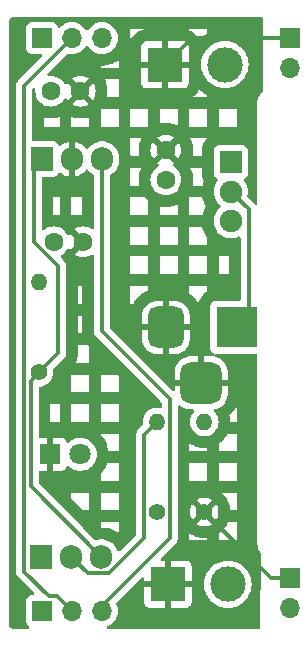
<source format=gbr>
%TF.GenerationSoftware,KiCad,Pcbnew,8.0.9-1.fc41*%
%TF.CreationDate,2025-04-27T16:21:26+02:00*%
%TF.ProjectId,Breadboard-PowerSupply,42726561-6462-46f6-9172-642d506f7765,rev?*%
%TF.SameCoordinates,Original*%
%TF.FileFunction,Copper,L2,Bot*%
%TF.FilePolarity,Positive*%
%FSLAX46Y46*%
G04 Gerber Fmt 4.6, Leading zero omitted, Abs format (unit mm)*
G04 Created by KiCad (PCBNEW 8.0.9-1.fc41) date 2025-04-27 16:21:26*
%MOMM*%
%LPD*%
G01*
G04 APERTURE LIST*
G04 Aperture macros list*
%AMRoundRect*
0 Rectangle with rounded corners*
0 $1 Rounding radius*
0 $2 $3 $4 $5 $6 $7 $8 $9 X,Y pos of 4 corners*
0 Add a 4 corners polygon primitive as box body*
4,1,4,$2,$3,$4,$5,$6,$7,$8,$9,$2,$3,0*
0 Add four circle primitives for the rounded corners*
1,1,$1+$1,$2,$3*
1,1,$1+$1,$4,$5*
1,1,$1+$1,$6,$7*
1,1,$1+$1,$8,$9*
0 Add four rect primitives between the rounded corners*
20,1,$1+$1,$2,$3,$4,$5,0*
20,1,$1+$1,$4,$5,$6,$7,0*
20,1,$1+$1,$6,$7,$8,$9,0*
20,1,$1+$1,$8,$9,$2,$3,0*%
G04 Aperture macros list end*
%TA.AperFunction,ComponentPad*%
%ADD10R,3.000000X3.000000*%
%TD*%
%TA.AperFunction,ComponentPad*%
%ADD11C,3.000000*%
%TD*%
%TA.AperFunction,ComponentPad*%
%ADD12C,1.400000*%
%TD*%
%TA.AperFunction,ComponentPad*%
%ADD13O,1.400000X1.400000*%
%TD*%
%TA.AperFunction,ComponentPad*%
%ADD14R,1.700000X1.700000*%
%TD*%
%TA.AperFunction,ComponentPad*%
%ADD15O,1.700000X1.700000*%
%TD*%
%TA.AperFunction,ComponentPad*%
%ADD16R,3.500000X3.500000*%
%TD*%
%TA.AperFunction,ComponentPad*%
%ADD17RoundRect,0.750000X-0.750000X-1.000000X0.750000X-1.000000X0.750000X1.000000X-0.750000X1.000000X0*%
%TD*%
%TA.AperFunction,ComponentPad*%
%ADD18RoundRect,0.875000X-0.875000X-0.875000X0.875000X-0.875000X0.875000X0.875000X-0.875000X0.875000X0*%
%TD*%
%TA.AperFunction,ComponentPad*%
%ADD19C,1.600000*%
%TD*%
%TA.AperFunction,ComponentPad*%
%ADD20R,1.905000X2.000000*%
%TD*%
%TA.AperFunction,ComponentPad*%
%ADD21O,1.905000X2.000000*%
%TD*%
%TA.AperFunction,ComponentPad*%
%ADD22R,1.900000X1.900000*%
%TD*%
%TA.AperFunction,ComponentPad*%
%ADD23C,1.900000*%
%TD*%
%TA.AperFunction,ComponentPad*%
%ADD24R,1.800000X1.800000*%
%TD*%
%TA.AperFunction,ComponentPad*%
%ADD25C,1.800000*%
%TD*%
%TA.AperFunction,Conductor*%
%ADD26C,0.350000*%
%TD*%
G04 APERTURE END LIST*
D10*
%TO.P,J7,1,Pin_1*%
%TO.N,GND*%
X63920000Y-107750000D03*
D11*
%TO.P,J7,2,Pin_2*%
%TO.N,/PWR_OUTPUT*%
X69000000Y-107750000D03*
%TD*%
D12*
%TO.P,R3,1*%
%TO.N,Net-(U2-ADJ)*%
X63000000Y-101620000D03*
D13*
%TO.P,R3,2*%
%TO.N,/3.3V*%
X63000000Y-94000000D03*
%TD*%
D14*
%TO.P,J2,1,Pin_1*%
%TO.N,GND*%
X74250000Y-107250000D03*
D15*
%TO.P,J2,2,Pin_2*%
%TO.N,/PWR_OUTPUT*%
X74250000Y-109790000D03*
%TD*%
D14*
%TO.P,J4,1,Pin_1*%
%TO.N,/3.3V*%
X53250000Y-110000000D03*
D15*
%TO.P,J4,2,Pin_2*%
%TO.N,/PWR_OUTPUT*%
X55790000Y-110000000D03*
%TO.P,J4,3,Pin_3*%
%TO.N,/5V*%
X58330000Y-110000000D03*
%TD*%
D16*
%TO.P,J6,1*%
%TO.N,/PWR_INPUT*%
X69750000Y-86000000D03*
D17*
%TO.P,J6,2*%
%TO.N,GND*%
X63750000Y-86000000D03*
D18*
%TO.P,J6,3*%
X66750000Y-90700000D03*
%TD*%
D19*
%TO.P,C1,1*%
%TO.N,/12V*%
X63750000Y-73500000D03*
%TO.P,C1,2*%
%TO.N,GND*%
X63750000Y-71000000D03*
%TD*%
D20*
%TO.P,U1,1,VI*%
%TO.N,/12V*%
X53250000Y-71750000D03*
D21*
%TO.P,U1,2,GND*%
%TO.N,GND*%
X55790000Y-71750000D03*
%TO.P,U1,3,VO*%
%TO.N,/5V*%
X58330000Y-71750000D03*
%TD*%
D22*
%TO.P,S1,1*%
%TO.N,/12V*%
X69250000Y-72000000D03*
D23*
%TO.P,S1,2*%
%TO.N,/PWR_INPUT*%
X69250000Y-74500000D03*
%TO.P,S1,3*%
%TO.N,unconnected-(S1-Pad3)*%
X69250000Y-77000000D03*
%TD*%
D14*
%TO.P,J1,1,Pin_1*%
%TO.N,GND*%
X74250000Y-61500000D03*
D15*
%TO.P,J1,2,Pin_2*%
%TO.N,/PWR_OUTPUT*%
X74250000Y-64040000D03*
%TD*%
D19*
%TO.P,C3,1*%
%TO.N,/3.3V*%
X54250000Y-78750000D03*
%TO.P,C3,2*%
%TO.N,GND*%
X56750000Y-78750000D03*
%TD*%
D12*
%TO.P,R2,1*%
%TO.N,/12V*%
X53000000Y-89810000D03*
D13*
%TO.P,R2,2*%
%TO.N,Net-(D1-A)*%
X53000000Y-82190000D03*
%TD*%
D12*
%TO.P,R1,1*%
%TO.N,GND*%
X67000000Y-101620000D03*
D13*
%TO.P,R1,2*%
%TO.N,Net-(U2-ADJ)*%
X67000000Y-94000000D03*
%TD*%
D10*
%TO.P,J5,1,Pin_1*%
%TO.N,GND*%
X63670000Y-63750000D03*
D11*
%TO.P,J5,2,Pin_2*%
%TO.N,/PWR_OUTPUT*%
X68750000Y-63750000D03*
%TD*%
D19*
%TO.P,C2,1*%
%TO.N,/5V*%
X54000000Y-66000000D03*
%TO.P,C2,2*%
%TO.N,GND*%
X56500000Y-66000000D03*
%TD*%
D14*
%TO.P,J3,1,Pin_1*%
%TO.N,/3.3V*%
X53250000Y-61500000D03*
D15*
%TO.P,J3,2,Pin_2*%
%TO.N,/PWR_OUTPUT*%
X55790000Y-61500000D03*
%TO.P,J3,3,Pin_3*%
%TO.N,/5V*%
X58330000Y-61500000D03*
%TD*%
D24*
%TO.P,D1,1,K*%
%TO.N,GND*%
X53960000Y-96750000D03*
D25*
%TO.P,D1,2,A*%
%TO.N,Net-(D1-A)*%
X56500000Y-96750000D03*
%TD*%
D20*
%TO.P,U2,1,ADJ*%
%TO.N,Net-(U2-ADJ)*%
X53210000Y-105445000D03*
D21*
%TO.P,U2,2,VO*%
%TO.N,/3.3V*%
X55750000Y-105445000D03*
%TO.P,U2,3,VI*%
%TO.N,/12V*%
X58290000Y-105445000D03*
%TD*%
D26*
%TO.N,GND*%
X72630000Y-107250000D02*
X67000000Y-101620000D01*
X65920000Y-61500000D02*
X63670000Y-63750000D01*
X74000000Y-61500000D02*
X65920000Y-61500000D01*
X74250000Y-107250000D02*
X72630000Y-107250000D01*
%TO.N,/12V*%
X54625000Y-80805280D02*
X54625000Y-88185000D01*
X53250000Y-71750000D02*
X52554720Y-72445280D01*
X52300000Y-90510000D02*
X52300000Y-99455000D01*
X52300000Y-99455000D02*
X58290000Y-105445000D01*
X52554720Y-78735000D02*
X54625000Y-80805280D01*
X52554720Y-72445280D02*
X52554720Y-78735000D01*
X54625000Y-88185000D02*
X53000000Y-89810000D01*
X53000000Y-89810000D02*
X52300000Y-90510000D01*
%TO.N,/5V*%
X58330000Y-110000000D02*
X58330000Y-109590000D01*
X58330000Y-86330000D02*
X58330000Y-71750000D01*
X58330000Y-109590000D02*
X64075000Y-103845000D01*
X64075000Y-92075000D02*
X58330000Y-86330000D01*
X64075000Y-103845000D02*
X64075000Y-92075000D01*
%TO.N,/3.3V*%
X57125000Y-106820000D02*
X58930000Y-106820000D01*
X61925000Y-95075000D02*
X63000000Y-94000000D01*
X55750000Y-105445000D02*
X57125000Y-106820000D01*
X61925000Y-103825000D02*
X61925000Y-95075000D01*
X58930000Y-106820000D02*
X61925000Y-103825000D01*
%TO.N,/PWR_OUTPUT*%
X55790000Y-61500000D02*
X51750000Y-65540000D01*
X51750000Y-65540000D02*
X51750000Y-106687500D01*
X54565000Y-108775000D02*
X55790000Y-110000000D01*
X53837500Y-108775000D02*
X54565000Y-108775000D01*
X51750000Y-106687500D02*
X53837500Y-108775000D01*
%TO.N,/PWR_INPUT*%
X69750000Y-86000000D02*
X70750000Y-85000000D01*
X70750000Y-76000000D02*
X69250000Y-74500000D01*
X70750000Y-85000000D02*
X70750000Y-76000000D01*
%TD*%
%TA.AperFunction,Conductor*%
%TO.N,GND*%
G36*
X71941245Y-59770185D02*
G01*
X71987000Y-59822989D01*
X71998205Y-59875093D01*
X71969082Y-65961672D01*
X71949076Y-66028617D01*
X71932765Y-66048760D01*
X71796171Y-66185355D01*
X71680476Y-66344594D01*
X71591117Y-66519970D01*
X71530290Y-66707173D01*
X71499500Y-66901577D01*
X71499500Y-75497064D01*
X71479815Y-75564103D01*
X71427011Y-75609858D01*
X71357853Y-75619802D01*
X71294297Y-75590777D01*
X71279152Y-75573614D01*
X71278559Y-75574102D01*
X71274696Y-75569396D01*
X71274695Y-75569394D01*
X71180606Y-75475305D01*
X70686792Y-74981491D01*
X70653307Y-74920168D01*
X70654268Y-74863369D01*
X70685620Y-74739563D01*
X70694652Y-74630567D01*
X70705471Y-74500005D01*
X70705471Y-74499994D01*
X70685620Y-74260440D01*
X70685620Y-74260437D01*
X70626610Y-74027409D01*
X70530049Y-73807272D01*
X70477406Y-73726697D01*
X70398572Y-73606033D01*
X70398571Y-73606031D01*
X70389240Y-73595895D01*
X70358320Y-73533241D01*
X70366181Y-73463815D01*
X70410328Y-73409660D01*
X70437140Y-73395732D01*
X70442331Y-73393796D01*
X70557546Y-73307546D01*
X70643796Y-73192331D01*
X70694091Y-73057483D01*
X70700500Y-72997873D01*
X70700499Y-71002128D01*
X70694091Y-70942517D01*
X70672090Y-70883530D01*
X70643797Y-70807671D01*
X70643793Y-70807664D01*
X70557547Y-70692455D01*
X70557544Y-70692452D01*
X70442335Y-70606206D01*
X70442328Y-70606202D01*
X70307482Y-70555908D01*
X70307483Y-70555908D01*
X70247883Y-70549501D01*
X70247881Y-70549500D01*
X70247873Y-70549500D01*
X70247864Y-70549500D01*
X68252129Y-70549500D01*
X68252123Y-70549501D01*
X68192516Y-70555908D01*
X68057671Y-70606202D01*
X68057664Y-70606206D01*
X67942455Y-70692452D01*
X67942452Y-70692455D01*
X67856206Y-70807664D01*
X67856202Y-70807671D01*
X67805908Y-70942517D01*
X67799728Y-71000002D01*
X67799501Y-71002123D01*
X67799500Y-71002135D01*
X67799500Y-72997870D01*
X67799501Y-72997876D01*
X67805908Y-73057483D01*
X67856202Y-73192328D01*
X67856206Y-73192335D01*
X67942452Y-73307544D01*
X67942455Y-73307547D01*
X68057664Y-73393793D01*
X68057666Y-73393794D01*
X68057669Y-73393796D01*
X68062856Y-73395730D01*
X68118790Y-73437597D01*
X68143211Y-73503060D01*
X68128364Y-73571334D01*
X68110762Y-73595893D01*
X68101426Y-73606034D01*
X67969951Y-73807270D01*
X67873389Y-74027410D01*
X67814379Y-74260440D01*
X67794529Y-74499994D01*
X67794529Y-74500005D01*
X67814379Y-74739559D01*
X67873389Y-74972589D01*
X67969951Y-75192729D01*
X68050615Y-75316193D01*
X68101429Y-75393969D01*
X68264236Y-75570825D01*
X68368718Y-75652147D01*
X68409531Y-75708857D01*
X68413206Y-75778630D01*
X68378575Y-75839313D01*
X68368724Y-75847848D01*
X68323769Y-75882839D01*
X68264237Y-75929174D01*
X68101430Y-76106029D01*
X68101427Y-76106033D01*
X67969951Y-76307270D01*
X67873389Y-76527410D01*
X67814379Y-76760440D01*
X67794529Y-76999994D01*
X67794529Y-77000005D01*
X67814379Y-77239559D01*
X67873389Y-77472589D01*
X67969951Y-77692729D01*
X68050615Y-77816193D01*
X68101429Y-77893969D01*
X68264236Y-78070825D01*
X68264239Y-78070827D01*
X68264242Y-78070830D01*
X68453924Y-78218466D01*
X68453930Y-78218470D01*
X68453933Y-78218472D01*
X68665344Y-78332882D01*
X68665347Y-78332883D01*
X68892699Y-78410933D01*
X68892701Y-78410933D01*
X68892703Y-78410934D01*
X69129808Y-78450500D01*
X69129809Y-78450500D01*
X69370191Y-78450500D01*
X69370192Y-78450500D01*
X69607297Y-78410934D01*
X69834656Y-78332882D01*
X69891482Y-78302128D01*
X69959811Y-78287534D01*
X70025183Y-78312197D01*
X70066844Y-78368287D01*
X70074500Y-78411184D01*
X70074500Y-83625500D01*
X70054815Y-83692539D01*
X70002011Y-83738294D01*
X69950500Y-83749500D01*
X67952129Y-83749500D01*
X67952123Y-83749501D01*
X67892516Y-83755908D01*
X67757671Y-83806202D01*
X67757664Y-83806206D01*
X67642455Y-83892452D01*
X67642452Y-83892455D01*
X67556206Y-84007664D01*
X67556202Y-84007671D01*
X67505908Y-84142517D01*
X67499501Y-84202116D01*
X67499500Y-84202135D01*
X67499500Y-87797870D01*
X67499501Y-87797876D01*
X67505908Y-87857483D01*
X67556202Y-87992328D01*
X67556206Y-87992335D01*
X67642452Y-88107544D01*
X67642455Y-88107547D01*
X67757664Y-88193793D01*
X67757673Y-88193798D01*
X67806506Y-88212011D01*
X67862440Y-88253881D01*
X67886858Y-88319345D01*
X67872007Y-88387618D01*
X67822603Y-88437024D01*
X67756598Y-88452018D01*
X67718625Y-88450001D01*
X67718579Y-88450000D01*
X67000000Y-88450000D01*
X67000000Y-90200000D01*
X66500000Y-90200000D01*
X66500000Y-88450000D01*
X65781423Y-88450000D01*
X65781411Y-88450001D01*
X65728808Y-88452794D01*
X65499012Y-88497237D01*
X65280024Y-88579879D01*
X65078158Y-88698339D01*
X65078151Y-88698344D01*
X64899213Y-88849211D01*
X64899211Y-88849213D01*
X64748344Y-89028151D01*
X64748339Y-89028158D01*
X64629879Y-89230024D01*
X64547237Y-89449012D01*
X64502794Y-89678808D01*
X64502794Y-89678809D01*
X64500001Y-89731382D01*
X64500000Y-89731421D01*
X64500000Y-90450000D01*
X65316988Y-90450000D01*
X65284075Y-90507007D01*
X65250000Y-90634174D01*
X65250000Y-90765826D01*
X65284075Y-90892993D01*
X65316988Y-90950000D01*
X64500000Y-90950000D01*
X64500000Y-91245337D01*
X64480315Y-91312377D01*
X64427511Y-91358132D01*
X64358353Y-91368075D01*
X64294797Y-91339050D01*
X64288319Y-91333018D01*
X59041819Y-86086518D01*
X59008334Y-86025195D01*
X59005500Y-85998837D01*
X59005500Y-84935803D01*
X61750000Y-84935803D01*
X61750000Y-85750000D01*
X63250000Y-85750000D01*
X63250000Y-86250000D01*
X61750001Y-86250000D01*
X61750001Y-87064197D01*
X61760400Y-87196332D01*
X61815377Y-87414519D01*
X61908428Y-87619374D01*
X61908431Y-87619380D01*
X62036559Y-87804323D01*
X62036569Y-87804335D01*
X62195664Y-87963430D01*
X62195676Y-87963440D01*
X62380619Y-88091568D01*
X62380625Y-88091571D01*
X62585480Y-88184622D01*
X62803667Y-88239599D01*
X62935810Y-88249999D01*
X63499999Y-88249999D01*
X63500000Y-88249998D01*
X63500000Y-87433012D01*
X63557007Y-87465925D01*
X63684174Y-87500000D01*
X63815826Y-87500000D01*
X63942993Y-87465925D01*
X64000000Y-87433012D01*
X64000000Y-88249999D01*
X64564182Y-88249999D01*
X64564197Y-88249998D01*
X64696332Y-88239599D01*
X64914519Y-88184622D01*
X65119374Y-88091571D01*
X65119380Y-88091568D01*
X65304323Y-87963440D01*
X65304335Y-87963430D01*
X65463430Y-87804335D01*
X65463440Y-87804323D01*
X65591568Y-87619380D01*
X65591571Y-87619374D01*
X65684622Y-87414519D01*
X65739599Y-87196332D01*
X65749999Y-87064196D01*
X65750000Y-87064184D01*
X65750000Y-86250000D01*
X64250000Y-86250000D01*
X64250000Y-85750000D01*
X65749999Y-85750000D01*
X65749999Y-84935817D01*
X65749998Y-84935802D01*
X65739599Y-84803667D01*
X65684622Y-84585480D01*
X65591571Y-84380625D01*
X65591568Y-84380619D01*
X65463440Y-84195676D01*
X65463430Y-84195664D01*
X65304335Y-84036569D01*
X65304323Y-84036559D01*
X65119380Y-83908431D01*
X65119374Y-83908428D01*
X64914519Y-83815377D01*
X64696332Y-83760400D01*
X64564196Y-83750000D01*
X64000000Y-83750000D01*
X64000000Y-84566988D01*
X63942993Y-84534075D01*
X63815826Y-84500000D01*
X63684174Y-84500000D01*
X63557007Y-84534075D01*
X63500000Y-84566988D01*
X63500000Y-83750000D01*
X62935817Y-83750000D01*
X62935802Y-83750001D01*
X62803667Y-83760400D01*
X62585480Y-83815377D01*
X62380625Y-83908428D01*
X62380619Y-83908431D01*
X62195676Y-84036559D01*
X62195664Y-84036569D01*
X62036569Y-84195664D01*
X62036559Y-84195676D01*
X61908431Y-84380619D01*
X61908428Y-84380625D01*
X61815377Y-84585480D01*
X61760400Y-84803667D01*
X61750000Y-84935803D01*
X59005500Y-84935803D01*
X59005500Y-84000500D01*
X60748500Y-84000500D01*
X60984962Y-84000500D01*
X61009038Y-83947494D01*
X61011453Y-83942478D01*
X61026737Y-83912483D01*
X61029372Y-83907587D01*
X61051481Y-83868621D01*
X61054336Y-83863842D01*
X61072247Y-83835337D01*
X61075313Y-83830693D01*
X61228970Y-83608901D01*
X61232242Y-83604397D01*
X61252650Y-83577595D01*
X61256123Y-83573241D01*
X61284838Y-83538850D01*
X61288497Y-83534661D01*
X61311198Y-83509827D01*
X61315041Y-83505809D01*
X61505809Y-83315041D01*
X61509827Y-83311198D01*
X61534661Y-83288497D01*
X61538850Y-83284838D01*
X61573241Y-83256123D01*
X61577595Y-83252650D01*
X61604397Y-83232242D01*
X61608901Y-83228970D01*
X61751501Y-83130177D01*
X65748500Y-83130177D01*
X65891099Y-83228970D01*
X65895603Y-83232242D01*
X65922405Y-83252650D01*
X65926759Y-83256123D01*
X65961150Y-83284838D01*
X65965339Y-83288497D01*
X65990173Y-83311198D01*
X65994191Y-83315041D01*
X66184959Y-83505809D01*
X66188802Y-83509827D01*
X66211503Y-83534661D01*
X66215162Y-83538850D01*
X66243877Y-83573241D01*
X66247350Y-83577595D01*
X66267758Y-83604397D01*
X66271030Y-83608901D01*
X66424687Y-83830693D01*
X66427753Y-83835337D01*
X66445664Y-83863842D01*
X66448519Y-83868621D01*
X66470628Y-83907587D01*
X66473263Y-83912483D01*
X66488547Y-83942478D01*
X66490962Y-83947494D01*
X66515038Y-84000500D01*
X66517564Y-84000500D01*
X66518029Y-83997157D01*
X66525936Y-83950971D01*
X66527481Y-83943381D01*
X66541826Y-83882670D01*
X66543842Y-83875191D01*
X66557450Y-83830328D01*
X66559929Y-83822988D01*
X66633587Y-83625498D01*
X66636975Y-83617318D01*
X66659233Y-83568581D01*
X66663195Y-83560667D01*
X66697372Y-83498077D01*
X66701890Y-83490463D01*
X66730854Y-83445396D01*
X66735902Y-83438126D01*
X66864886Y-83265827D01*
X66870439Y-83258936D01*
X66905519Y-83218451D01*
X66911551Y-83211972D01*
X66961972Y-83161551D01*
X66968451Y-83155519D01*
X67008936Y-83120439D01*
X67015827Y-83114886D01*
X67188126Y-82985902D01*
X67195396Y-82980854D01*
X67240463Y-82951890D01*
X67248077Y-82947372D01*
X67250500Y-82946048D01*
X67250500Y-82498500D01*
X65748500Y-82498500D01*
X65748500Y-83130177D01*
X61751501Y-83130177D01*
X61830693Y-83075313D01*
X61835337Y-83072247D01*
X61863842Y-83054336D01*
X61868621Y-83051481D01*
X61907587Y-83029372D01*
X61912483Y-83026737D01*
X61942478Y-83011453D01*
X61947494Y-83009038D01*
X62193142Y-82897459D01*
X62198258Y-82895272D01*
X62229494Y-82882742D01*
X62234702Y-82880787D01*
X62250500Y-82875258D01*
X62250500Y-82498500D01*
X60748500Y-82498500D01*
X60748500Y-84000500D01*
X59005500Y-84000500D01*
X59005500Y-81500500D01*
X60748500Y-81500500D01*
X62250500Y-81500500D01*
X63248500Y-81500500D01*
X64750500Y-81500500D01*
X65748500Y-81500500D01*
X67250500Y-81500500D01*
X68248500Y-81500500D01*
X69076500Y-81500500D01*
X69076500Y-79998500D01*
X68248500Y-79998500D01*
X68248500Y-81500500D01*
X67250500Y-81500500D01*
X67250500Y-79998500D01*
X65748500Y-79998500D01*
X65748500Y-81500500D01*
X64750500Y-81500500D01*
X64750500Y-79998500D01*
X63248500Y-79998500D01*
X63248500Y-81500500D01*
X62250500Y-81500500D01*
X62250500Y-79998500D01*
X60748500Y-79998500D01*
X60748500Y-81500500D01*
X59005500Y-81500500D01*
X59005500Y-79000500D01*
X60748500Y-79000500D01*
X62250500Y-79000500D01*
X63248500Y-79000500D01*
X64750500Y-79000500D01*
X65748500Y-79000500D01*
X67250500Y-79000500D01*
X67250500Y-78416193D01*
X67123177Y-78221314D01*
X67120463Y-78216967D01*
X67104591Y-78190331D01*
X67102059Y-78185875D01*
X67082418Y-78149583D01*
X67080070Y-78145021D01*
X67066451Y-78117161D01*
X67064297Y-78112514D01*
X66951164Y-77854597D01*
X66949203Y-77849863D01*
X66937940Y-77820999D01*
X66936178Y-77816193D01*
X66922777Y-77777165D01*
X66921212Y-77772280D01*
X66912357Y-77742540D01*
X66910995Y-77737595D01*
X66850448Y-77498500D01*
X65748500Y-77498500D01*
X65748500Y-79000500D01*
X64750500Y-79000500D01*
X64750500Y-77498500D01*
X63248500Y-77498500D01*
X63248500Y-79000500D01*
X62250500Y-79000500D01*
X62250500Y-77498500D01*
X60748500Y-77498500D01*
X60748500Y-79000500D01*
X59005500Y-79000500D01*
X59005500Y-76500500D01*
X60748500Y-76500500D01*
X62250500Y-76500500D01*
X62250500Y-75745205D01*
X63248500Y-75745205D01*
X63248500Y-76500500D01*
X64750500Y-76500500D01*
X65748500Y-76500500D01*
X66850701Y-76500500D01*
X66910995Y-76262405D01*
X66912357Y-76257460D01*
X66921212Y-76227720D01*
X66922777Y-76222835D01*
X66936178Y-76183807D01*
X66937940Y-76179001D01*
X66949203Y-76150137D01*
X66951164Y-76145403D01*
X67064297Y-75887486D01*
X67066451Y-75882839D01*
X67080070Y-75854979D01*
X67082418Y-75850417D01*
X67102059Y-75814125D01*
X67104591Y-75809669D01*
X67120463Y-75783033D01*
X67123176Y-75778686D01*
X67141917Y-75750000D01*
X67123176Y-75721314D01*
X67120463Y-75716967D01*
X67104591Y-75690331D01*
X67102059Y-75685875D01*
X67082418Y-75649583D01*
X67080070Y-75645021D01*
X67066451Y-75617161D01*
X67064297Y-75612514D01*
X66951164Y-75354597D01*
X66949203Y-75349863D01*
X66937940Y-75320999D01*
X66936178Y-75316193D01*
X66922777Y-75277165D01*
X66921212Y-75272280D01*
X66912357Y-75242540D01*
X66910995Y-75237595D01*
X66850448Y-74998500D01*
X65748500Y-74998500D01*
X65748500Y-76500500D01*
X64750500Y-76500500D01*
X64750500Y-75569573D01*
X64598541Y-75640433D01*
X64593592Y-75642611D01*
X64563371Y-75655130D01*
X64558333Y-75657089D01*
X64517401Y-75671990D01*
X64512273Y-75673731D01*
X64481038Y-75683580D01*
X64475841Y-75685095D01*
X64213951Y-75755267D01*
X64208696Y-75756553D01*
X64176737Y-75763638D01*
X64171430Y-75764693D01*
X64128535Y-75772256D01*
X64123188Y-75773079D01*
X64090744Y-75777350D01*
X64085367Y-75777939D01*
X63815286Y-75801568D01*
X63809889Y-75801922D01*
X63777189Y-75803350D01*
X63771779Y-75803468D01*
X63728221Y-75803468D01*
X63722811Y-75803350D01*
X63690111Y-75801922D01*
X63684714Y-75801568D01*
X63414633Y-75777939D01*
X63409256Y-75777350D01*
X63376812Y-75773079D01*
X63371465Y-75772256D01*
X63328570Y-75764693D01*
X63323263Y-75763638D01*
X63291304Y-75756553D01*
X63286049Y-75755267D01*
X63248500Y-75745205D01*
X62250500Y-75745205D01*
X62250500Y-75248652D01*
X62248619Y-75247003D01*
X62224481Y-75224885D01*
X62220572Y-75221143D01*
X62028857Y-75029428D01*
X62025115Y-75025519D01*
X62002997Y-75001381D01*
X62000470Y-74998500D01*
X60748500Y-74998500D01*
X60748500Y-76500500D01*
X59005500Y-76500500D01*
X59005500Y-74000500D01*
X60748500Y-74000500D01*
X61504526Y-74000500D01*
X61494733Y-73963951D01*
X61493447Y-73958696D01*
X61486362Y-73926737D01*
X61485307Y-73921430D01*
X61477744Y-73878535D01*
X61476921Y-73873188D01*
X61472650Y-73840744D01*
X61472061Y-73835367D01*
X61448432Y-73565286D01*
X61448078Y-73559889D01*
X61446650Y-73527189D01*
X61446532Y-73521779D01*
X61446532Y-73499998D01*
X62444532Y-73499998D01*
X62444532Y-73500001D01*
X62464364Y-73726686D01*
X62464366Y-73726697D01*
X62523258Y-73946488D01*
X62523261Y-73946497D01*
X62619431Y-74152732D01*
X62619432Y-74152734D01*
X62749954Y-74339141D01*
X62910858Y-74500045D01*
X62910861Y-74500047D01*
X63097266Y-74630568D01*
X63303504Y-74726739D01*
X63303509Y-74726740D01*
X63303511Y-74726741D01*
X63356415Y-74740916D01*
X63523308Y-74785635D01*
X63685230Y-74799801D01*
X63749998Y-74805468D01*
X63750000Y-74805468D01*
X63750002Y-74805468D01*
X63806673Y-74800509D01*
X63976692Y-74785635D01*
X64196496Y-74726739D01*
X64402734Y-74630568D01*
X64589139Y-74500047D01*
X64750047Y-74339139D01*
X64880568Y-74152734D01*
X64976739Y-73946496D01*
X65035635Y-73726692D01*
X65055468Y-73500000D01*
X65035635Y-73273308D01*
X64976739Y-73053504D01*
X64880568Y-72847266D01*
X64750047Y-72660861D01*
X64750045Y-72660858D01*
X64589141Y-72499954D01*
X64587064Y-72498500D01*
X65819107Y-72498500D01*
X65890433Y-72651459D01*
X65892611Y-72656408D01*
X65905130Y-72686629D01*
X65907089Y-72691667D01*
X65921990Y-72732599D01*
X65923731Y-72737727D01*
X65933580Y-72768962D01*
X65935095Y-72774159D01*
X66005267Y-73036049D01*
X66006553Y-73041304D01*
X66013638Y-73073263D01*
X66014693Y-73078570D01*
X66022256Y-73121465D01*
X66023079Y-73126812D01*
X66027350Y-73159256D01*
X66027939Y-73164633D01*
X66051568Y-73434714D01*
X66051922Y-73440111D01*
X66053350Y-73472811D01*
X66053468Y-73478221D01*
X66053468Y-73521779D01*
X66053350Y-73527189D01*
X66051922Y-73559889D01*
X66051568Y-73565286D01*
X66027939Y-73835367D01*
X66027350Y-73840744D01*
X66023079Y-73873188D01*
X66022256Y-73878535D01*
X66014693Y-73921430D01*
X66013638Y-73926737D01*
X66006553Y-73958696D01*
X66005267Y-73963951D01*
X65995474Y-74000500D01*
X66850701Y-74000500D01*
X66910995Y-73762405D01*
X66912357Y-73757460D01*
X66921212Y-73727720D01*
X66922777Y-73722835D01*
X66936178Y-73683807D01*
X66937940Y-73679001D01*
X66949203Y-73650137D01*
X66951164Y-73645404D01*
X66958246Y-73629258D01*
X66936975Y-73582682D01*
X66933587Y-73574502D01*
X66859931Y-73377018D01*
X66857452Y-73369679D01*
X66843847Y-73324828D01*
X66841832Y-73317352D01*
X66827484Y-73256637D01*
X66825939Y-73249045D01*
X66818028Y-73202840D01*
X66816959Y-73195167D01*
X66805788Y-73091244D01*
X66805478Y-73087939D01*
X66803865Y-73067899D01*
X66803642Y-73064578D01*
X66802214Y-73037895D01*
X66802081Y-73034582D01*
X66801545Y-73014534D01*
X66801501Y-73011220D01*
X66801501Y-72498500D01*
X65819107Y-72498500D01*
X64587064Y-72498500D01*
X64402734Y-72369432D01*
X64402730Y-72369430D01*
X64387022Y-72362105D01*
X64334583Y-72315931D01*
X64315433Y-72248737D01*
X64335650Y-72181857D01*
X64387028Y-72137340D01*
X64402481Y-72130134D01*
X64475471Y-72079024D01*
X63796447Y-71400000D01*
X63802661Y-71400000D01*
X63904394Y-71372741D01*
X63995606Y-71320080D01*
X64070080Y-71245606D01*
X64122741Y-71154394D01*
X64150000Y-71052661D01*
X64150000Y-71046447D01*
X64829024Y-71725471D01*
X64880136Y-71652478D01*
X64976264Y-71446331D01*
X64976269Y-71446317D01*
X65035139Y-71226610D01*
X65035141Y-71226599D01*
X65054966Y-71000002D01*
X65054966Y-70999997D01*
X65035141Y-70773400D01*
X65035139Y-70773389D01*
X64976269Y-70553682D01*
X64976264Y-70553668D01*
X64880136Y-70347521D01*
X64880132Y-70347513D01*
X64829025Y-70274526D01*
X64150000Y-70953551D01*
X64150000Y-70947339D01*
X64122741Y-70845606D01*
X64070080Y-70754394D01*
X63995606Y-70679920D01*
X63904394Y-70627259D01*
X63802661Y-70600000D01*
X63796445Y-70600000D01*
X64397946Y-69998500D01*
X65818555Y-69998500D01*
X65889962Y-70151633D01*
X65892139Y-70156580D01*
X65904658Y-70186800D01*
X65906619Y-70191842D01*
X65921518Y-70232772D01*
X65923258Y-70237896D01*
X65933107Y-70269130D01*
X65934622Y-70274327D01*
X66004773Y-70536134D01*
X66006059Y-70541390D01*
X66013144Y-70573349D01*
X66014200Y-70578657D01*
X66021763Y-70621553D01*
X66022585Y-70626899D01*
X66026856Y-70659344D01*
X66027445Y-70664721D01*
X66051066Y-70934715D01*
X66051420Y-70940112D01*
X66052848Y-70972811D01*
X66052966Y-70978221D01*
X66052966Y-71021779D01*
X66052848Y-71027189D01*
X66051420Y-71059888D01*
X66051066Y-71065285D01*
X66027445Y-71335279D01*
X66026856Y-71340656D01*
X66022585Y-71373101D01*
X66021763Y-71378447D01*
X66014200Y-71421343D01*
X66013144Y-71426651D01*
X66006059Y-71458610D01*
X66004773Y-71463865D01*
X65994957Y-71500500D01*
X66801500Y-71500500D01*
X66801500Y-70988752D01*
X66801545Y-70985428D01*
X66802084Y-70965326D01*
X66802217Y-70962006D01*
X66803649Y-70935320D01*
X66803871Y-70932011D01*
X66805481Y-70912018D01*
X66805792Y-70908715D01*
X66816962Y-70804825D01*
X66818029Y-70797157D01*
X66825936Y-70750971D01*
X66827481Y-70743381D01*
X66841826Y-70682670D01*
X66843842Y-70675191D01*
X66857450Y-70630328D01*
X66859929Y-70622988D01*
X66933587Y-70425498D01*
X66936975Y-70417318D01*
X66959233Y-70368581D01*
X66963195Y-70360667D01*
X66997372Y-70298077D01*
X67001890Y-70290463D01*
X67030854Y-70245396D01*
X67035902Y-70238126D01*
X67164886Y-70065827D01*
X67170439Y-70058936D01*
X67205519Y-70018451D01*
X67211551Y-70011972D01*
X67225023Y-69998500D01*
X65818555Y-69998500D01*
X64397946Y-69998500D01*
X64475472Y-69920974D01*
X64402478Y-69869863D01*
X64196331Y-69773735D01*
X64196317Y-69773730D01*
X63976610Y-69714860D01*
X63976599Y-69714858D01*
X63750002Y-69695034D01*
X63749998Y-69695034D01*
X63523400Y-69714858D01*
X63523389Y-69714860D01*
X63303682Y-69773730D01*
X63303673Y-69773734D01*
X63097516Y-69869866D01*
X63097512Y-69869868D01*
X63024526Y-69920973D01*
X63024526Y-69920974D01*
X63703553Y-70600000D01*
X63697339Y-70600000D01*
X63595606Y-70627259D01*
X63504394Y-70679920D01*
X63429920Y-70754394D01*
X63377259Y-70845606D01*
X63350000Y-70947339D01*
X63350000Y-70953552D01*
X62670974Y-70274526D01*
X62670973Y-70274526D01*
X62619868Y-70347512D01*
X62619866Y-70347516D01*
X62523734Y-70553673D01*
X62523730Y-70553682D01*
X62464860Y-70773389D01*
X62464858Y-70773400D01*
X62445034Y-70999997D01*
X62445034Y-71000002D01*
X62464858Y-71226599D01*
X62464860Y-71226610D01*
X62523730Y-71446317D01*
X62523735Y-71446331D01*
X62619863Y-71652478D01*
X62670974Y-71725472D01*
X63350000Y-71046446D01*
X63350000Y-71052661D01*
X63377259Y-71154394D01*
X63429920Y-71245606D01*
X63504394Y-71320080D01*
X63595606Y-71372741D01*
X63697339Y-71400000D01*
X63703553Y-71400000D01*
X63024526Y-72079025D01*
X63097513Y-72130132D01*
X63097515Y-72130133D01*
X63112973Y-72137341D01*
X63165413Y-72183513D01*
X63184566Y-72250706D01*
X63164351Y-72317587D01*
X63112979Y-72362104D01*
X63097270Y-72369429D01*
X63097265Y-72369432D01*
X62910858Y-72499954D01*
X62749954Y-72660858D01*
X62619432Y-72847265D01*
X62619431Y-72847267D01*
X62523261Y-73053502D01*
X62523258Y-73053511D01*
X62464366Y-73273302D01*
X62464364Y-73273313D01*
X62444532Y-73499998D01*
X61446532Y-73499998D01*
X61446532Y-73478221D01*
X61446650Y-73472811D01*
X61448078Y-73440111D01*
X61448432Y-73434714D01*
X61472061Y-73164633D01*
X61472650Y-73159256D01*
X61476921Y-73126812D01*
X61477744Y-73121465D01*
X61485307Y-73078570D01*
X61486362Y-73073263D01*
X61493447Y-73041304D01*
X61494733Y-73036049D01*
X61564905Y-72774159D01*
X61566420Y-72768962D01*
X61576269Y-72737727D01*
X61578010Y-72732599D01*
X61592911Y-72691667D01*
X61594870Y-72686629D01*
X61607389Y-72656408D01*
X61609567Y-72651459D01*
X61680893Y-72498500D01*
X60748500Y-72498500D01*
X60748500Y-74000500D01*
X59005500Y-74000500D01*
X59005500Y-73160042D01*
X59025185Y-73093003D01*
X59073204Y-73049558D01*
X59091538Y-73040217D01*
X59276566Y-72905786D01*
X59438286Y-72744066D01*
X59572717Y-72559038D01*
X59676548Y-72355258D01*
X59747222Y-72137745D01*
X59783000Y-71911854D01*
X59783000Y-71588146D01*
X59747222Y-71362255D01*
X59747221Y-71362251D01*
X59747221Y-71362250D01*
X59728427Y-71304409D01*
X60748500Y-71304409D01*
X60771777Y-71451373D01*
X60772445Y-71456197D01*
X60775905Y-71485431D01*
X60776381Y-71490268D01*
X60777187Y-71500500D01*
X61505043Y-71500500D01*
X61495227Y-71463865D01*
X61493941Y-71458610D01*
X61486856Y-71426651D01*
X61485800Y-71421343D01*
X61478237Y-71378447D01*
X61477415Y-71373101D01*
X61473144Y-71340656D01*
X61472555Y-71335279D01*
X61448934Y-71065285D01*
X61448580Y-71059888D01*
X61447152Y-71027189D01*
X61447034Y-71021779D01*
X61447034Y-70978221D01*
X61447152Y-70972811D01*
X61448580Y-70940112D01*
X61448934Y-70934715D01*
X61472555Y-70664721D01*
X61473144Y-70659344D01*
X61477415Y-70626899D01*
X61478237Y-70621553D01*
X61485800Y-70578657D01*
X61486856Y-70573349D01*
X61493941Y-70541390D01*
X61495227Y-70536134D01*
X61565378Y-70274327D01*
X61566893Y-70269130D01*
X61576742Y-70237896D01*
X61578482Y-70232771D01*
X61593382Y-70191840D01*
X61595342Y-70186802D01*
X61607860Y-70156582D01*
X61610038Y-70151631D01*
X61681444Y-69998500D01*
X60748500Y-69998500D01*
X60748500Y-71304409D01*
X59728427Y-71304409D01*
X59676549Y-71144744D01*
X59676548Y-71144742D01*
X59572717Y-70940962D01*
X59438286Y-70755934D01*
X59276566Y-70594214D01*
X59091538Y-70459783D01*
X59008196Y-70417318D01*
X58887755Y-70355950D01*
X58670248Y-70285278D01*
X58484812Y-70255908D01*
X58444354Y-70249500D01*
X58215646Y-70249500D01*
X58175188Y-70255908D01*
X57989753Y-70285278D01*
X57989750Y-70285278D01*
X57772244Y-70355950D01*
X57568461Y-70459783D01*
X57463525Y-70536024D01*
X57383434Y-70594214D01*
X57383432Y-70594216D01*
X57383431Y-70594216D01*
X57221716Y-70755931D01*
X57221709Y-70755940D01*
X57160007Y-70840864D01*
X57104677Y-70883530D01*
X57035063Y-70889508D01*
X56973269Y-70856901D01*
X56959372Y-70840863D01*
X56897907Y-70756263D01*
X56897902Y-70756257D01*
X56736242Y-70594597D01*
X56551276Y-70460211D01*
X56347568Y-70356417D01*
X56130124Y-70285765D01*
X56040000Y-70271490D01*
X56040000Y-71259252D01*
X56002292Y-71237482D01*
X55862409Y-71200000D01*
X55717591Y-71200000D01*
X55577708Y-71237482D01*
X55540000Y-71259252D01*
X55540000Y-70271490D01*
X55539999Y-70271490D01*
X55449875Y-70285765D01*
X55232431Y-70356417D01*
X55028719Y-70460213D01*
X54845939Y-70593010D01*
X54780132Y-70616490D01*
X54712079Y-70600664D01*
X54663384Y-70550558D01*
X54656875Y-70536033D01*
X54646296Y-70507669D01*
X54646295Y-70507667D01*
X54646293Y-70507664D01*
X54560047Y-70392455D01*
X54560044Y-70392452D01*
X54444835Y-70306206D01*
X54444828Y-70306202D01*
X54309982Y-70255908D01*
X54309983Y-70255908D01*
X54250383Y-70249501D01*
X54250381Y-70249500D01*
X54250373Y-70249500D01*
X54250365Y-70249500D01*
X52549500Y-70249500D01*
X52482461Y-70229815D01*
X52436706Y-70177011D01*
X52425500Y-70125500D01*
X52425500Y-68225110D01*
X53423500Y-68225110D01*
X53423500Y-69000500D01*
X54750500Y-69000500D01*
X55748500Y-69000500D01*
X57250500Y-69000500D01*
X57250500Y-68176917D01*
X57230870Y-68183107D01*
X57225673Y-68184622D01*
X56963866Y-68254773D01*
X56958610Y-68256059D01*
X56926651Y-68263144D01*
X56921343Y-68264200D01*
X56878447Y-68271763D01*
X56873101Y-68272585D01*
X56840656Y-68276856D01*
X56835279Y-68277445D01*
X56565285Y-68301066D01*
X56559888Y-68301420D01*
X56527189Y-68302848D01*
X56521779Y-68302966D01*
X56478221Y-68302966D01*
X56472811Y-68302848D01*
X56440112Y-68301420D01*
X56434715Y-68301066D01*
X56164721Y-68277445D01*
X56159344Y-68276856D01*
X56126899Y-68272585D01*
X56121553Y-68271763D01*
X56078657Y-68264200D01*
X56073349Y-68263144D01*
X56041390Y-68256059D01*
X56036134Y-68254773D01*
X55774327Y-68184622D01*
X55769130Y-68183107D01*
X55748500Y-68176601D01*
X55748500Y-69000500D01*
X54750500Y-69000500D01*
X54750500Y-68177443D01*
X54731038Y-68183580D01*
X54725841Y-68185095D01*
X54463951Y-68255267D01*
X54458696Y-68256553D01*
X54426737Y-68263638D01*
X54421430Y-68264693D01*
X54378535Y-68272256D01*
X54373188Y-68273079D01*
X54340744Y-68277350D01*
X54335367Y-68277939D01*
X54065286Y-68301568D01*
X54059889Y-68301922D01*
X54027189Y-68303350D01*
X54021779Y-68303468D01*
X53978221Y-68303468D01*
X53972811Y-68303350D01*
X53940111Y-68301922D01*
X53934714Y-68301568D01*
X53664633Y-68277939D01*
X53659256Y-68277350D01*
X53626812Y-68273079D01*
X53621465Y-68272256D01*
X53578570Y-68264693D01*
X53573263Y-68263638D01*
X53541304Y-68256553D01*
X53536049Y-68255267D01*
X53423500Y-68225110D01*
X52425500Y-68225110D01*
X52425500Y-67499339D01*
X58248500Y-67499339D01*
X58248500Y-69000500D01*
X59750500Y-69000500D01*
X60748500Y-69000500D01*
X62250500Y-69000500D01*
X65748500Y-69000500D01*
X67250500Y-69000500D01*
X68248500Y-69000500D01*
X69750500Y-69000500D01*
X69750500Y-67498500D01*
X68248500Y-67498500D01*
X68248500Y-69000500D01*
X67250500Y-69000500D01*
X67250500Y-67498500D01*
X65748500Y-67498500D01*
X65748500Y-69000500D01*
X62250500Y-69000500D01*
X62250500Y-68755311D01*
X63248500Y-68755311D01*
X63286135Y-68745227D01*
X63291390Y-68743941D01*
X63323349Y-68736856D01*
X63328657Y-68735800D01*
X63371553Y-68728237D01*
X63376899Y-68727415D01*
X63409344Y-68723144D01*
X63414721Y-68722555D01*
X63684715Y-68698934D01*
X63690112Y-68698580D01*
X63722811Y-68697152D01*
X63728221Y-68697034D01*
X63771779Y-68697034D01*
X63777189Y-68697152D01*
X63809888Y-68698580D01*
X63815285Y-68698934D01*
X64085279Y-68722555D01*
X64090656Y-68723144D01*
X64123101Y-68727415D01*
X64128447Y-68728237D01*
X64171343Y-68735800D01*
X64176651Y-68736856D01*
X64208610Y-68743941D01*
X64213866Y-68745227D01*
X64475673Y-68815378D01*
X64480870Y-68816893D01*
X64512104Y-68826742D01*
X64517228Y-68828482D01*
X64558158Y-68843381D01*
X64563200Y-68845342D01*
X64593420Y-68857861D01*
X64598367Y-68860038D01*
X64750500Y-68930978D01*
X64750500Y-67498500D01*
X63248500Y-67498500D01*
X63248500Y-68755311D01*
X62250500Y-68755311D01*
X62250500Y-67498500D01*
X60748500Y-67498500D01*
X60748500Y-69000500D01*
X59750500Y-69000500D01*
X59750500Y-67498500D01*
X58249416Y-67498500D01*
X58248500Y-67499339D01*
X52425500Y-67499339D01*
X52425500Y-65871162D01*
X52445185Y-65804123D01*
X52461815Y-65783485D01*
X52496702Y-65748598D01*
X52558024Y-65715114D01*
X52627716Y-65720098D01*
X52683649Y-65761970D01*
X52708066Y-65827434D01*
X52707910Y-65847087D01*
X52694532Y-65999998D01*
X52694532Y-66000001D01*
X52714364Y-66226686D01*
X52714366Y-66226697D01*
X52773258Y-66446488D01*
X52773261Y-66446497D01*
X52869431Y-66652732D01*
X52869432Y-66652734D01*
X52999954Y-66839141D01*
X53160858Y-67000045D01*
X53160861Y-67000047D01*
X53347266Y-67130568D01*
X53553504Y-67226739D01*
X53773308Y-67285635D01*
X53935230Y-67299801D01*
X53999998Y-67305468D01*
X54000000Y-67305468D01*
X54000002Y-67305468D01*
X54056673Y-67300509D01*
X54226692Y-67285635D01*
X54446496Y-67226739D01*
X54652734Y-67130568D01*
X54839139Y-67000047D01*
X55000047Y-66839139D01*
X55130568Y-66652734D01*
X55137893Y-66637024D01*
X55184064Y-66584586D01*
X55251257Y-66565433D01*
X55318138Y-66585648D01*
X55362657Y-66637024D01*
X55369864Y-66652480D01*
X55420974Y-66725472D01*
X56100000Y-66046446D01*
X56100000Y-66052661D01*
X56127259Y-66154394D01*
X56179920Y-66245606D01*
X56254394Y-66320080D01*
X56345606Y-66372741D01*
X56447339Y-66400000D01*
X56453553Y-66400000D01*
X55774526Y-67079025D01*
X55847513Y-67130132D01*
X55847521Y-67130136D01*
X56053668Y-67226264D01*
X56053682Y-67226269D01*
X56273389Y-67285139D01*
X56273400Y-67285141D01*
X56499998Y-67304966D01*
X56500002Y-67304966D01*
X56726599Y-67285141D01*
X56726610Y-67285139D01*
X56946317Y-67226269D01*
X56946331Y-67226264D01*
X57152478Y-67130136D01*
X57225471Y-67079024D01*
X56546447Y-66400000D01*
X56552661Y-66400000D01*
X56654394Y-66372741D01*
X56745606Y-66320080D01*
X56820080Y-66245606D01*
X56872741Y-66154394D01*
X56900000Y-66052661D01*
X56900000Y-66046447D01*
X57579024Y-66725471D01*
X57630136Y-66652478D01*
X57726264Y-66446331D01*
X57726269Y-66446317D01*
X57785139Y-66226610D01*
X57785141Y-66226599D01*
X57804966Y-66000002D01*
X57804966Y-65999997D01*
X57785141Y-65773400D01*
X57785139Y-65773389D01*
X57726269Y-65553682D01*
X57726264Y-65553668D01*
X57630136Y-65347521D01*
X57630132Y-65347513D01*
X57579025Y-65274526D01*
X56900000Y-65953551D01*
X56900000Y-65947339D01*
X56872741Y-65845606D01*
X56820080Y-65754394D01*
X56745606Y-65679920D01*
X56654394Y-65627259D01*
X56552661Y-65600000D01*
X56546445Y-65600000D01*
X57147946Y-64998500D01*
X58568555Y-64998500D01*
X58639962Y-65151633D01*
X58642139Y-65156580D01*
X58654658Y-65186800D01*
X58656619Y-65191842D01*
X58671518Y-65232772D01*
X58673258Y-65237896D01*
X58683107Y-65269130D01*
X58684622Y-65274327D01*
X58754773Y-65536134D01*
X58756059Y-65541390D01*
X58763144Y-65573349D01*
X58764200Y-65578657D01*
X58771763Y-65621553D01*
X58772585Y-65626899D01*
X58776856Y-65659344D01*
X58777445Y-65664721D01*
X58801066Y-65934715D01*
X58801420Y-65940112D01*
X58802848Y-65972811D01*
X58802966Y-65978221D01*
X58802966Y-66021779D01*
X58802848Y-66027189D01*
X58801420Y-66059888D01*
X58801066Y-66065285D01*
X58777445Y-66335279D01*
X58776856Y-66340656D01*
X58772585Y-66373101D01*
X58771763Y-66378447D01*
X58764200Y-66421343D01*
X58763144Y-66426651D01*
X58756059Y-66458610D01*
X58754773Y-66463865D01*
X58744957Y-66500500D01*
X59750500Y-66500500D01*
X65999205Y-66500500D01*
X67250500Y-66500500D01*
X67250500Y-66347608D01*
X67171747Y-66304606D01*
X67167898Y-66302414D01*
X67144853Y-66288740D01*
X67141083Y-66286411D01*
X67111107Y-66267144D01*
X67107430Y-66264687D01*
X67085450Y-66249425D01*
X67081863Y-66246838D01*
X66824268Y-66054005D01*
X66820776Y-66051293D01*
X66799934Y-66034499D01*
X66796537Y-66031660D01*
X66769605Y-66008325D01*
X66766308Y-66005363D01*
X66746701Y-65987108D01*
X66743516Y-65984035D01*
X66562530Y-65803049D01*
X66535970Y-65874261D01*
X66532581Y-65882441D01*
X66510323Y-65931177D01*
X66506362Y-65939091D01*
X66472185Y-66001681D01*
X66467667Y-66009295D01*
X66438703Y-66054362D01*
X66433655Y-66061632D01*
X66304757Y-66233816D01*
X66299204Y-66240707D01*
X66264124Y-66281192D01*
X66258092Y-66287671D01*
X66207671Y-66338092D01*
X66201192Y-66344124D01*
X66160707Y-66379204D01*
X66153816Y-66384757D01*
X65999205Y-66500500D01*
X59750500Y-66500500D01*
X59750500Y-64998500D01*
X58568555Y-64998500D01*
X57147946Y-64998500D01*
X57225472Y-64920974D01*
X57152478Y-64869863D01*
X56946331Y-64773735D01*
X56946317Y-64773730D01*
X56726610Y-64714860D01*
X56726599Y-64714858D01*
X56500002Y-64695034D01*
X56499998Y-64695034D01*
X56273400Y-64714858D01*
X56273389Y-64714860D01*
X56053682Y-64773730D01*
X56053673Y-64773734D01*
X55847516Y-64869866D01*
X55847512Y-64869868D01*
X55774526Y-64920973D01*
X55774526Y-64920974D01*
X56453553Y-65600000D01*
X56447339Y-65600000D01*
X56345606Y-65627259D01*
X56254394Y-65679920D01*
X56179920Y-65754394D01*
X56127259Y-65845606D01*
X56100000Y-65947339D01*
X56100000Y-65953552D01*
X55420974Y-65274526D01*
X55420973Y-65274526D01*
X55369868Y-65347512D01*
X55369867Y-65347514D01*
X55362656Y-65362979D01*
X55316482Y-65415417D01*
X55249288Y-65434567D01*
X55182407Y-65414350D01*
X55137893Y-65362976D01*
X55130568Y-65347266D01*
X55000047Y-65160861D01*
X55000045Y-65160858D01*
X54839141Y-64999954D01*
X54652734Y-64869432D01*
X54652732Y-64869431D01*
X54446497Y-64773261D01*
X54446488Y-64773258D01*
X54226697Y-64714366D01*
X54226693Y-64714365D01*
X54226692Y-64714365D01*
X54226691Y-64714364D01*
X54226686Y-64714364D01*
X54000002Y-64694532D01*
X53999998Y-64694532D01*
X53847086Y-64707910D01*
X53778586Y-64694143D01*
X53728403Y-64645528D01*
X53712470Y-64577499D01*
X53735845Y-64511656D01*
X53748592Y-64496707D01*
X54394959Y-63850340D01*
X58248500Y-63850340D01*
X58248500Y-64000500D01*
X59750500Y-64000500D01*
X59750500Y-63372345D01*
X59562415Y-63504044D01*
X59557916Y-63507050D01*
X59530302Y-63524642D01*
X59525673Y-63527451D01*
X59487949Y-63549229D01*
X59483209Y-63551829D01*
X59454188Y-63566936D01*
X59449337Y-63569328D01*
X59195708Y-63687598D01*
X59190756Y-63689777D01*
X59160535Y-63702295D01*
X59155500Y-63704253D01*
X59114568Y-63719154D01*
X59109440Y-63720895D01*
X59078205Y-63730744D01*
X59073008Y-63732259D01*
X58802666Y-63804695D01*
X58797412Y-63805981D01*
X58765454Y-63813066D01*
X58760146Y-63814121D01*
X58717251Y-63821684D01*
X58711904Y-63822507D01*
X58679461Y-63826778D01*
X58674084Y-63827367D01*
X58395287Y-63851759D01*
X58389890Y-63852113D01*
X58357190Y-63853541D01*
X58351780Y-63853659D01*
X58308220Y-63853659D01*
X58302810Y-63853541D01*
X58270110Y-63852113D01*
X58264712Y-63851759D01*
X58248500Y-63850340D01*
X54394959Y-63850340D01*
X55390121Y-62855178D01*
X55451442Y-62821695D01*
X55509893Y-62823086D01*
X55522843Y-62826555D01*
X55554592Y-62835063D01*
X55731034Y-62850500D01*
X55789999Y-62855659D01*
X55790000Y-62855659D01*
X55790001Y-62855659D01*
X55848966Y-62850500D01*
X56025408Y-62835063D01*
X56253663Y-62773903D01*
X56467830Y-62674035D01*
X56661401Y-62538495D01*
X56828495Y-62371401D01*
X56958425Y-62185842D01*
X57013002Y-62142217D01*
X57082500Y-62135023D01*
X57144855Y-62166546D01*
X57161575Y-62185842D01*
X57291500Y-62371395D01*
X57291505Y-62371401D01*
X57458599Y-62538495D01*
X57555384Y-62606265D01*
X57652165Y-62674032D01*
X57652167Y-62674033D01*
X57652170Y-62674035D01*
X57866337Y-62773903D01*
X58094592Y-62835063D01*
X58271034Y-62850500D01*
X58329999Y-62855659D01*
X58330000Y-62855659D01*
X58330001Y-62855659D01*
X58388966Y-62850500D01*
X58565408Y-62835063D01*
X58793663Y-62773903D01*
X59007830Y-62674035D01*
X59201401Y-62538495D01*
X59368495Y-62371401D01*
X59487002Y-62202155D01*
X61670000Y-62202155D01*
X61670000Y-63500000D01*
X62950936Y-63500000D01*
X62939207Y-63528316D01*
X62910000Y-63675147D01*
X62910000Y-63824853D01*
X62939207Y-63971684D01*
X62950936Y-64000000D01*
X61670000Y-64000000D01*
X61670000Y-65297844D01*
X61676401Y-65357372D01*
X61676403Y-65357379D01*
X61726645Y-65492086D01*
X61726649Y-65492093D01*
X61812809Y-65607187D01*
X61812812Y-65607190D01*
X61927906Y-65693350D01*
X61927913Y-65693354D01*
X62062620Y-65743596D01*
X62062627Y-65743598D01*
X62122155Y-65749999D01*
X62122172Y-65750000D01*
X63420000Y-65750000D01*
X63420000Y-64469064D01*
X63448316Y-64480793D01*
X63595147Y-64510000D01*
X63744853Y-64510000D01*
X63891684Y-64480793D01*
X63920000Y-64469064D01*
X63920000Y-65750000D01*
X65217828Y-65750000D01*
X65217844Y-65749999D01*
X65277372Y-65743598D01*
X65277379Y-65743596D01*
X65412086Y-65693354D01*
X65412093Y-65693350D01*
X65527187Y-65607190D01*
X65527190Y-65607187D01*
X65613350Y-65492093D01*
X65613354Y-65492086D01*
X65663596Y-65357379D01*
X65663598Y-65357372D01*
X65669999Y-65297844D01*
X65670000Y-65297827D01*
X65670000Y-64000000D01*
X64389064Y-64000000D01*
X64400793Y-63971684D01*
X64430000Y-63824853D01*
X64430000Y-63749998D01*
X66744390Y-63749998D01*
X66744390Y-63750001D01*
X66764804Y-64035433D01*
X66825628Y-64315037D01*
X66825630Y-64315043D01*
X66825631Y-64315046D01*
X66887452Y-64480793D01*
X66925635Y-64583166D01*
X67062770Y-64834309D01*
X67062775Y-64834317D01*
X67234254Y-65063387D01*
X67234270Y-65063405D01*
X67436594Y-65265729D01*
X67436612Y-65265745D01*
X67665682Y-65437224D01*
X67665690Y-65437229D01*
X67916833Y-65574364D01*
X67916832Y-65574364D01*
X67916836Y-65574365D01*
X67916839Y-65574367D01*
X68184954Y-65674369D01*
X68184960Y-65674370D01*
X68184962Y-65674371D01*
X68464566Y-65735195D01*
X68464568Y-65735195D01*
X68464572Y-65735196D01*
X68718220Y-65753337D01*
X68749999Y-65755610D01*
X68750000Y-65755610D01*
X68750001Y-65755610D01*
X68778595Y-65753564D01*
X69035428Y-65735196D01*
X69289529Y-65679920D01*
X69315037Y-65674371D01*
X69315037Y-65674370D01*
X69315046Y-65674369D01*
X69583161Y-65574367D01*
X69834315Y-65437226D01*
X70063395Y-65265739D01*
X70265739Y-65063395D01*
X70437226Y-64834315D01*
X70574367Y-64583161D01*
X70674369Y-64315046D01*
X70735196Y-64035428D01*
X70755610Y-63750000D01*
X70735196Y-63464572D01*
X70715133Y-63372345D01*
X70674371Y-63184962D01*
X70674370Y-63184960D01*
X70674369Y-63184954D01*
X70574367Y-62916839D01*
X70538142Y-62850499D01*
X70437229Y-62665690D01*
X70437224Y-62665682D01*
X70265745Y-62436612D01*
X70265729Y-62436594D01*
X70063405Y-62234270D01*
X70063387Y-62234254D01*
X69834317Y-62062775D01*
X69834309Y-62062770D01*
X69583166Y-61925635D01*
X69583167Y-61925635D01*
X69475915Y-61885632D01*
X69315046Y-61825631D01*
X69315043Y-61825630D01*
X69315037Y-61825628D01*
X69035433Y-61764804D01*
X68750001Y-61744390D01*
X68749999Y-61744390D01*
X68464566Y-61764804D01*
X68184962Y-61825628D01*
X67916833Y-61925635D01*
X67665690Y-62062770D01*
X67665682Y-62062775D01*
X67436612Y-62234254D01*
X67436594Y-62234270D01*
X67234270Y-62436594D01*
X67234254Y-62436612D01*
X67062775Y-62665682D01*
X67062770Y-62665690D01*
X66925635Y-62916833D01*
X66825628Y-63184962D01*
X66764804Y-63464566D01*
X66744390Y-63749998D01*
X64430000Y-63749998D01*
X64430000Y-63675147D01*
X64400793Y-63528316D01*
X64389064Y-63500000D01*
X65670000Y-63500000D01*
X65670000Y-62202172D01*
X65669999Y-62202155D01*
X65663598Y-62142627D01*
X65663596Y-62142620D01*
X65613354Y-62007913D01*
X65613350Y-62007906D01*
X65527190Y-61892812D01*
X65527187Y-61892809D01*
X65412093Y-61806649D01*
X65412086Y-61806645D01*
X65277379Y-61756403D01*
X65277372Y-61756401D01*
X65217844Y-61750000D01*
X63920000Y-61750000D01*
X63920000Y-63030935D01*
X63891684Y-63019207D01*
X63744853Y-62990000D01*
X63595147Y-62990000D01*
X63448316Y-63019207D01*
X63420000Y-63030935D01*
X63420000Y-61750000D01*
X62122155Y-61750000D01*
X62062627Y-61756401D01*
X62062620Y-61756403D01*
X61927913Y-61806645D01*
X61927906Y-61806649D01*
X61812812Y-61892809D01*
X61812809Y-61892812D01*
X61726649Y-62007906D01*
X61726645Y-62007913D01*
X61676403Y-62142620D01*
X61676401Y-62142627D01*
X61670000Y-62202155D01*
X59487002Y-62202155D01*
X59504035Y-62177830D01*
X59603903Y-61963663D01*
X59665063Y-61735408D01*
X59685615Y-61500500D01*
X60748500Y-61500500D01*
X60866624Y-61500500D01*
X60867815Y-61498319D01*
X60872333Y-61490705D01*
X60901297Y-61445638D01*
X60906345Y-61438368D01*
X61035243Y-61266184D01*
X61040796Y-61259293D01*
X61075876Y-61218808D01*
X61081908Y-61212329D01*
X61132329Y-61161908D01*
X61138808Y-61155876D01*
X61179293Y-61120796D01*
X61186184Y-61115243D01*
X61358368Y-60986345D01*
X61365638Y-60981297D01*
X61410705Y-60952333D01*
X61418319Y-60947815D01*
X61480909Y-60913638D01*
X61488823Y-60909677D01*
X61537559Y-60887419D01*
X61545739Y-60884030D01*
X61591501Y-60866962D01*
X65748500Y-60866962D01*
X65794261Y-60884030D01*
X65802441Y-60887419D01*
X65851177Y-60909677D01*
X65859091Y-60913638D01*
X65921681Y-60947815D01*
X65929295Y-60952333D01*
X65974362Y-60981297D01*
X65981632Y-60986345D01*
X66153816Y-61115243D01*
X66160707Y-61120796D01*
X66201192Y-61155876D01*
X66207671Y-61161908D01*
X66258092Y-61212329D01*
X66264124Y-61218808D01*
X66299204Y-61259293D01*
X66304757Y-61266184D01*
X66433655Y-61438368D01*
X66438703Y-61445638D01*
X66467667Y-61490705D01*
X66472185Y-61498319D01*
X66473376Y-61500500D01*
X66760011Y-61500500D01*
X66766308Y-61494637D01*
X66769605Y-61491675D01*
X66796537Y-61468340D01*
X66799934Y-61465501D01*
X66820776Y-61448707D01*
X66824268Y-61445995D01*
X67081863Y-61253162D01*
X67085450Y-61250575D01*
X67107430Y-61235313D01*
X67111107Y-61232856D01*
X67141083Y-61213589D01*
X67144853Y-61211260D01*
X67167898Y-61197586D01*
X67171746Y-61195394D01*
X67250500Y-61152390D01*
X67250500Y-60748500D01*
X65748500Y-60748500D01*
X65748500Y-60866962D01*
X61591501Y-60866962D01*
X61743096Y-60810421D01*
X61750436Y-60807942D01*
X61795305Y-60794332D01*
X61802788Y-60792315D01*
X61863499Y-60777972D01*
X61871084Y-60776428D01*
X61917262Y-60768522D01*
X61924931Y-60767455D01*
X62028783Y-60756289D01*
X62032095Y-60755977D01*
X62052144Y-60754364D01*
X62055458Y-60754142D01*
X62082145Y-60752713D01*
X62085461Y-60752580D01*
X62105509Y-60752044D01*
X62108823Y-60752000D01*
X62250500Y-60752000D01*
X62250500Y-60748500D01*
X60748500Y-60748500D01*
X60748500Y-61500500D01*
X59685615Y-61500500D01*
X59685659Y-61500000D01*
X59665063Y-61264592D01*
X59603903Y-61036337D01*
X59504035Y-60822171D01*
X59498425Y-60814158D01*
X59368494Y-60628597D01*
X59201402Y-60461506D01*
X59201395Y-60461501D01*
X59007834Y-60325967D01*
X59007830Y-60325965D01*
X59007828Y-60325964D01*
X58793663Y-60226097D01*
X58793659Y-60226096D01*
X58793655Y-60226094D01*
X58565413Y-60164938D01*
X58565403Y-60164936D01*
X58330001Y-60144341D01*
X58329999Y-60144341D01*
X58094596Y-60164936D01*
X58094586Y-60164938D01*
X57866344Y-60226094D01*
X57866335Y-60226098D01*
X57652171Y-60325964D01*
X57652169Y-60325965D01*
X57458597Y-60461505D01*
X57291505Y-60628597D01*
X57161575Y-60814158D01*
X57106998Y-60857783D01*
X57037500Y-60864977D01*
X56975145Y-60833454D01*
X56958425Y-60814158D01*
X56828494Y-60628597D01*
X56661402Y-60461506D01*
X56661395Y-60461501D01*
X56467834Y-60325967D01*
X56467830Y-60325965D01*
X56467828Y-60325964D01*
X56253663Y-60226097D01*
X56253659Y-60226096D01*
X56253655Y-60226094D01*
X56025413Y-60164938D01*
X56025403Y-60164936D01*
X55790001Y-60144341D01*
X55789999Y-60144341D01*
X55554596Y-60164936D01*
X55554586Y-60164938D01*
X55326344Y-60226094D01*
X55326335Y-60226098D01*
X55112171Y-60325964D01*
X55112169Y-60325965D01*
X54918600Y-60461503D01*
X54796673Y-60583430D01*
X54735350Y-60616914D01*
X54665658Y-60611930D01*
X54609725Y-60570058D01*
X54592810Y-60539081D01*
X54543797Y-60407671D01*
X54543793Y-60407664D01*
X54457547Y-60292455D01*
X54457544Y-60292452D01*
X54342335Y-60206206D01*
X54342328Y-60206202D01*
X54207482Y-60155908D01*
X54207483Y-60155908D01*
X54147883Y-60149501D01*
X54147881Y-60149500D01*
X54147873Y-60149500D01*
X54147864Y-60149500D01*
X52352129Y-60149500D01*
X52352123Y-60149501D01*
X52292516Y-60155908D01*
X52157671Y-60206202D01*
X52157664Y-60206206D01*
X52042455Y-60292452D01*
X52042452Y-60292455D01*
X51956206Y-60407664D01*
X51956202Y-60407671D01*
X51905908Y-60542517D01*
X51899501Y-60602116D01*
X51899500Y-60602135D01*
X51899500Y-62397870D01*
X51899501Y-62397876D01*
X51905908Y-62457483D01*
X51956202Y-62592328D01*
X51956206Y-62592335D01*
X52042452Y-62707544D01*
X52042455Y-62707547D01*
X52157664Y-62793793D01*
X52157671Y-62793797D01*
X52292517Y-62844091D01*
X52292516Y-62844091D01*
X52299444Y-62844835D01*
X52352127Y-62850500D01*
X53184836Y-62850499D01*
X53251875Y-62870183D01*
X53297630Y-62922987D01*
X53307574Y-62992146D01*
X53278549Y-63055702D01*
X53272517Y-63062180D01*
X51225307Y-65109390D01*
X51225304Y-65109394D01*
X51151383Y-65220024D01*
X51151378Y-65220034D01*
X51100459Y-65342963D01*
X51100457Y-65342970D01*
X51086259Y-65414350D01*
X51083949Y-65425965D01*
X51080799Y-65441799D01*
X51074500Y-65473467D01*
X51074500Y-106754035D01*
X51100457Y-106884528D01*
X51100459Y-106884536D01*
X51151378Y-107007465D01*
X51151383Y-107007475D01*
X51225304Y-107118105D01*
X51225307Y-107118109D01*
X52545018Y-108437819D01*
X52578503Y-108499142D01*
X52573519Y-108568834D01*
X52531647Y-108624767D01*
X52466183Y-108649184D01*
X52457338Y-108649500D01*
X52352130Y-108649500D01*
X52352123Y-108649501D01*
X52292516Y-108655908D01*
X52157671Y-108706202D01*
X52157664Y-108706206D01*
X52042455Y-108792452D01*
X52042452Y-108792455D01*
X51956206Y-108907664D01*
X51956202Y-108907671D01*
X51905908Y-109042517D01*
X51899501Y-109102116D01*
X51899500Y-109102135D01*
X51899500Y-110897870D01*
X51899501Y-110897876D01*
X51905908Y-110957483D01*
X51956202Y-111092328D01*
X51956206Y-111092335D01*
X52042452Y-111207544D01*
X52042455Y-111207547D01*
X52134208Y-111276234D01*
X52176079Y-111332168D01*
X52181063Y-111401859D01*
X52147577Y-111463182D01*
X52086254Y-111496666D01*
X52059897Y-111499500D01*
X50759756Y-111499500D01*
X50740359Y-111497973D01*
X50692297Y-111490361D01*
X50655400Y-111478372D01*
X50620845Y-111460765D01*
X50589461Y-111437963D01*
X50562036Y-111410538D01*
X50539235Y-111379156D01*
X50521625Y-111344595D01*
X50509639Y-111307706D01*
X50502025Y-111259631D01*
X50500500Y-111240244D01*
X50500500Y-60009755D01*
X50502025Y-59990369D01*
X50509639Y-59942291D01*
X50521624Y-59905406D01*
X50539237Y-59870840D01*
X50562033Y-59839464D01*
X50589464Y-59812033D01*
X50620840Y-59789237D01*
X50655406Y-59771624D01*
X50692291Y-59759639D01*
X50740368Y-59752025D01*
X50759756Y-59750500D01*
X71874206Y-59750500D01*
X71941245Y-59770185D01*
G37*
%TD.AperFunction*%
%TA.AperFunction,Conductor*%
G36*
X71442539Y-88270184D02*
G01*
X71488294Y-88322988D01*
X71499500Y-88374499D01*
X71499500Y-104348422D01*
X71530290Y-104542826D01*
X71591117Y-104730029D01*
X71680476Y-104905405D01*
X71758204Y-105012388D01*
X71781684Y-105078195D01*
X71781885Y-105085867D01*
X71751789Y-111376093D01*
X71731783Y-111443038D01*
X71678761Y-111488540D01*
X71627790Y-111499500D01*
X58869196Y-111499500D01*
X58802157Y-111479815D01*
X58756402Y-111427011D01*
X58746458Y-111357853D01*
X58775483Y-111294297D01*
X58816791Y-111263118D01*
X58824252Y-111259639D01*
X59007830Y-111174035D01*
X59201401Y-111038495D01*
X59368495Y-110871401D01*
X59504035Y-110677830D01*
X59603903Y-110463663D01*
X59665063Y-110235408D01*
X59685659Y-110000000D01*
X59665063Y-109764592D01*
X59603903Y-109536337D01*
X59583272Y-109492093D01*
X59556342Y-109434341D01*
X59545850Y-109365264D01*
X59574370Y-109301480D01*
X59581030Y-109294269D01*
X61708319Y-107166980D01*
X61769642Y-107133496D01*
X61839334Y-107138480D01*
X61895267Y-107180352D01*
X61919684Y-107245816D01*
X61920000Y-107254662D01*
X61920000Y-107500000D01*
X63200936Y-107500000D01*
X63189207Y-107528316D01*
X63160000Y-107675147D01*
X63160000Y-107824853D01*
X63189207Y-107971684D01*
X63200936Y-108000000D01*
X61920000Y-108000000D01*
X61920000Y-109297844D01*
X61926401Y-109357372D01*
X61926403Y-109357379D01*
X61976645Y-109492086D01*
X61976649Y-109492093D01*
X62062809Y-109607187D01*
X62062812Y-109607190D01*
X62177906Y-109693350D01*
X62177913Y-109693354D01*
X62312620Y-109743596D01*
X62312627Y-109743598D01*
X62372155Y-109749999D01*
X62372172Y-109750000D01*
X63670000Y-109750000D01*
X63670000Y-108469064D01*
X63698316Y-108480793D01*
X63845147Y-108510000D01*
X63994853Y-108510000D01*
X64141684Y-108480793D01*
X64170000Y-108469064D01*
X64170000Y-109750000D01*
X65467828Y-109750000D01*
X65467844Y-109749999D01*
X65527372Y-109743598D01*
X65527379Y-109743596D01*
X65662086Y-109693354D01*
X65662093Y-109693350D01*
X65777187Y-109607190D01*
X65777190Y-109607187D01*
X65863350Y-109492093D01*
X65863354Y-109492086D01*
X65913596Y-109357379D01*
X65913598Y-109357372D01*
X65919999Y-109297844D01*
X65920000Y-109297827D01*
X65920000Y-108000000D01*
X64639064Y-108000000D01*
X64650793Y-107971684D01*
X64680000Y-107824853D01*
X64680000Y-107749998D01*
X66994390Y-107749998D01*
X66994390Y-107750001D01*
X67014804Y-108035433D01*
X67075628Y-108315037D01*
X67075630Y-108315043D01*
X67075631Y-108315046D01*
X67148345Y-108510000D01*
X67175635Y-108583166D01*
X67312770Y-108834309D01*
X67312775Y-108834317D01*
X67484254Y-109063387D01*
X67484270Y-109063405D01*
X67686594Y-109265729D01*
X67686612Y-109265745D01*
X67915682Y-109437224D01*
X67915690Y-109437229D01*
X68166833Y-109574364D01*
X68166832Y-109574364D01*
X68166836Y-109574365D01*
X68166839Y-109574367D01*
X68434954Y-109674369D01*
X68434960Y-109674370D01*
X68434962Y-109674371D01*
X68714566Y-109735195D01*
X68714568Y-109735195D01*
X68714572Y-109735196D01*
X68968220Y-109753337D01*
X68999999Y-109755610D01*
X69000000Y-109755610D01*
X69000001Y-109755610D01*
X69028595Y-109753564D01*
X69285428Y-109735196D01*
X69565046Y-109674369D01*
X69833161Y-109574367D01*
X70084315Y-109437226D01*
X70313395Y-109265739D01*
X70515739Y-109063395D01*
X70687226Y-108834315D01*
X70824367Y-108583161D01*
X70924369Y-108315046D01*
X70965611Y-108125459D01*
X70985195Y-108035433D01*
X70985195Y-108035432D01*
X70985196Y-108035428D01*
X71005610Y-107750000D01*
X70985196Y-107464572D01*
X70975198Y-107418613D01*
X70924371Y-107184962D01*
X70924370Y-107184960D01*
X70924369Y-107184954D01*
X70824367Y-106916839D01*
X70820480Y-106909721D01*
X70687229Y-106665690D01*
X70687224Y-106665682D01*
X70515745Y-106436612D01*
X70515729Y-106436594D01*
X70313405Y-106234270D01*
X70313387Y-106234254D01*
X70084317Y-106062775D01*
X70084309Y-106062770D01*
X69833166Y-105925635D01*
X69833167Y-105925635D01*
X69725915Y-105885632D01*
X69565046Y-105825631D01*
X69565043Y-105825630D01*
X69565037Y-105825628D01*
X69285433Y-105764804D01*
X69000001Y-105744390D01*
X68999999Y-105744390D01*
X68714566Y-105764804D01*
X68434962Y-105825628D01*
X68166833Y-105925635D01*
X67915690Y-106062770D01*
X67915682Y-106062775D01*
X67686612Y-106234254D01*
X67686594Y-106234270D01*
X67484270Y-106436594D01*
X67484254Y-106436612D01*
X67312775Y-106665682D01*
X67312770Y-106665690D01*
X67175635Y-106916833D01*
X67075628Y-107184962D01*
X67014804Y-107464566D01*
X66994390Y-107749998D01*
X64680000Y-107749998D01*
X64680000Y-107675147D01*
X64650793Y-107528316D01*
X64639064Y-107500000D01*
X65920000Y-107500000D01*
X65920000Y-106202172D01*
X65919999Y-106202155D01*
X65913598Y-106142627D01*
X65913596Y-106142620D01*
X65863354Y-106007913D01*
X65863350Y-106007906D01*
X65777190Y-105892812D01*
X65777187Y-105892809D01*
X65662093Y-105806649D01*
X65662086Y-105806645D01*
X65527379Y-105756403D01*
X65527372Y-105756401D01*
X65467844Y-105750000D01*
X64170000Y-105750000D01*
X64170000Y-107030935D01*
X64141684Y-107019207D01*
X63994853Y-106990000D01*
X63845147Y-106990000D01*
X63698316Y-107019207D01*
X63670000Y-107030935D01*
X63670000Y-105750000D01*
X63424663Y-105750000D01*
X63357624Y-105730315D01*
X63311869Y-105677511D01*
X63301925Y-105608353D01*
X63330950Y-105544797D01*
X63336982Y-105538319D01*
X64599692Y-104275609D01*
X64599692Y-104275608D01*
X64599695Y-104275606D01*
X64673620Y-104164969D01*
X64724541Y-104042036D01*
X64732803Y-104000500D01*
X65748500Y-104000500D01*
X67250500Y-104000500D01*
X67250500Y-103808364D01*
X67231938Y-103810954D01*
X67226250Y-103811614D01*
X67180327Y-103815870D01*
X67174612Y-103816267D01*
X67139988Y-103817868D01*
X67134260Y-103818000D01*
X66865740Y-103818000D01*
X66860012Y-103817868D01*
X66825388Y-103816267D01*
X66819673Y-103815870D01*
X66773750Y-103811614D01*
X66768062Y-103810954D01*
X66733744Y-103806167D01*
X66728090Y-103805245D01*
X66464160Y-103755908D01*
X66458560Y-103754726D01*
X66424846Y-103746798D01*
X66419304Y-103745360D01*
X66374942Y-103732741D01*
X66369466Y-103731045D01*
X66336584Y-103720025D01*
X66331193Y-103718079D01*
X66080790Y-103621072D01*
X66075497Y-103618879D01*
X66043777Y-103604873D01*
X66038587Y-103602437D01*
X65997302Y-103581877D01*
X65992235Y-103579205D01*
X65961976Y-103562349D01*
X65957042Y-103559450D01*
X65751498Y-103432182D01*
X68248500Y-103432182D01*
X68248500Y-104000500D01*
X69750500Y-104000500D01*
X69750500Y-102498500D01*
X69017977Y-102498500D01*
X68907721Y-102719924D01*
X68905050Y-102724990D01*
X68888181Y-102755276D01*
X68885277Y-102760219D01*
X68860990Y-102799441D01*
X68857862Y-102804241D01*
X68838273Y-102832835D01*
X68834927Y-102837485D01*
X68673146Y-103051697D01*
X68633275Y-103085987D01*
X68521990Y-103146293D01*
X68415178Y-103314432D01*
X68375790Y-103353368D01*
X68248500Y-103432182D01*
X65751498Y-103432182D01*
X65748500Y-103430326D01*
X65748500Y-104000500D01*
X64732803Y-104000500D01*
X64750500Y-103911531D01*
X64750500Y-103778469D01*
X64750500Y-102626880D01*
X66346671Y-102626880D01*
X66462823Y-102698798D01*
X66462824Y-102698799D01*
X66670195Y-102779134D01*
X66888807Y-102820000D01*
X67111193Y-102820000D01*
X67329804Y-102779134D01*
X67537177Y-102698798D01*
X67537178Y-102698797D01*
X67653327Y-102626880D01*
X67000001Y-101973554D01*
X67000000Y-101973554D01*
X66346671Y-102626880D01*
X64750500Y-102626880D01*
X64750500Y-101619999D01*
X65794859Y-101619999D01*
X65794859Y-101620000D01*
X65815378Y-101841439D01*
X65876240Y-102055350D01*
X65975364Y-102254419D01*
X65975366Y-102254421D01*
X65991138Y-102275306D01*
X66646446Y-101620000D01*
X66646446Y-101619999D01*
X66600369Y-101573922D01*
X66650000Y-101573922D01*
X66650000Y-101666078D01*
X66673852Y-101755095D01*
X66719930Y-101834905D01*
X66785095Y-101900070D01*
X66864905Y-101946148D01*
X66953922Y-101970000D01*
X67046078Y-101970000D01*
X67135095Y-101946148D01*
X67214905Y-101900070D01*
X67280070Y-101834905D01*
X67326148Y-101755095D01*
X67350000Y-101666078D01*
X67350000Y-101619999D01*
X67353554Y-101619999D01*
X67353554Y-101620000D01*
X68008860Y-102275306D01*
X68008861Y-102275306D01*
X68024631Y-102254425D01*
X68024632Y-102254422D01*
X68123759Y-102055350D01*
X68184621Y-101841439D01*
X68205141Y-101620000D01*
X68205141Y-101619999D01*
X68184621Y-101398560D01*
X68123759Y-101184649D01*
X68024633Y-100985577D01*
X68024631Y-100985574D01*
X68008860Y-100964691D01*
X67353554Y-101619999D01*
X67350000Y-101619999D01*
X67350000Y-101573922D01*
X67326148Y-101484905D01*
X67280070Y-101405095D01*
X67214905Y-101339930D01*
X67135095Y-101293852D01*
X67046078Y-101270000D01*
X66953922Y-101270000D01*
X66864905Y-101293852D01*
X66785095Y-101339930D01*
X66719930Y-101405095D01*
X66673852Y-101484905D01*
X66650000Y-101573922D01*
X66600369Y-101573922D01*
X65991138Y-100964691D01*
X65991137Y-100964691D01*
X65975369Y-100985571D01*
X65876240Y-101184649D01*
X65815378Y-101398560D01*
X65794859Y-101619999D01*
X64750500Y-101619999D01*
X64750500Y-100613118D01*
X66346671Y-100613118D01*
X67000000Y-101266446D01*
X67000001Y-101266446D01*
X67653327Y-100613118D01*
X67653326Y-100613117D01*
X67537181Y-100541203D01*
X67537175Y-100541200D01*
X67329804Y-100460865D01*
X67111193Y-100420000D01*
X66888807Y-100420000D01*
X66670195Y-100460865D01*
X66462824Y-100541200D01*
X66462818Y-100541204D01*
X66346672Y-100613117D01*
X66346671Y-100613118D01*
X64750500Y-100613118D01*
X64750500Y-99998500D01*
X68461509Y-99998500D01*
X68521990Y-100093706D01*
X68633287Y-100154021D01*
X68673158Y-100188312D01*
X68834937Y-100402530D01*
X68838283Y-100407179D01*
X68857875Y-100435778D01*
X68861003Y-100440579D01*
X68885287Y-100479798D01*
X68888191Y-100484740D01*
X68905055Y-100515018D01*
X68907725Y-100520083D01*
X69027414Y-100760450D01*
X69029849Y-100765637D01*
X69043848Y-100797343D01*
X69046039Y-100802634D01*
X69062701Y-100845643D01*
X69064647Y-100851032D01*
X69075660Y-100883891D01*
X69077355Y-100889363D01*
X69150834Y-101147621D01*
X69152273Y-101153164D01*
X69160205Y-101186889D01*
X69161387Y-101192490D01*
X69169863Y-101237825D01*
X69170786Y-101243483D01*
X69175575Y-101277815D01*
X69176235Y-101283505D01*
X69196343Y-101500500D01*
X69750500Y-101500500D01*
X69750500Y-99998500D01*
X68461509Y-99998500D01*
X64750500Y-99998500D01*
X64750500Y-99000500D01*
X65748500Y-99000500D01*
X67250500Y-99000500D01*
X68248500Y-99000500D01*
X69750500Y-99000500D01*
X69750500Y-97498500D01*
X68248500Y-97498500D01*
X68248500Y-99000500D01*
X67250500Y-99000500D01*
X67250500Y-97498500D01*
X65748500Y-97498500D01*
X65748500Y-99000500D01*
X64750500Y-99000500D01*
X64750500Y-96500500D01*
X65748500Y-96500500D01*
X67250500Y-96500500D01*
X67250500Y-96188871D01*
X67231984Y-96191454D01*
X67226294Y-96192114D01*
X67180368Y-96196370D01*
X67174654Y-96196767D01*
X67140033Y-96198368D01*
X67134305Y-96198500D01*
X66865695Y-96198500D01*
X66859967Y-96198368D01*
X66825346Y-96196767D01*
X66819632Y-96196370D01*
X66773706Y-96192114D01*
X66768016Y-96191454D01*
X66733693Y-96186666D01*
X66728040Y-96185744D01*
X66464004Y-96136387D01*
X66458396Y-96135204D01*
X66424654Y-96127267D01*
X66419112Y-96125827D01*
X66374752Y-96113205D01*
X66369278Y-96111510D01*
X66336428Y-96100499D01*
X66331043Y-96098555D01*
X66080569Y-96001522D01*
X66075274Y-95999328D01*
X66043553Y-95985321D01*
X66038365Y-95982886D01*
X65997080Y-95962326D01*
X65992016Y-95959656D01*
X65961757Y-95942801D01*
X65956821Y-95939900D01*
X65751502Y-95812772D01*
X68248500Y-95812772D01*
X68248500Y-96500500D01*
X69750500Y-96500500D01*
X69750500Y-94998500D01*
X68958782Y-94998500D01*
X68908149Y-95100185D01*
X68905477Y-95105253D01*
X68888609Y-95135536D01*
X68885707Y-95140475D01*
X68861427Y-95179687D01*
X68858300Y-95184486D01*
X68838719Y-95213070D01*
X68835374Y-95217719D01*
X68673506Y-95432067D01*
X68669950Y-95436557D01*
X68647812Y-95463217D01*
X68644052Y-95467537D01*
X68612981Y-95501621D01*
X68609024Y-95505765D01*
X68584516Y-95530273D01*
X68580373Y-95534229D01*
X68381871Y-95715188D01*
X68377549Y-95718949D01*
X68350891Y-95741085D01*
X68346404Y-95744639D01*
X68309598Y-95772435D01*
X68304947Y-95775782D01*
X68276350Y-95795372D01*
X68271549Y-95798501D01*
X68248500Y-95812772D01*
X65751502Y-95812772D01*
X65748500Y-95810913D01*
X65748500Y-96500500D01*
X64750500Y-96500500D01*
X64750500Y-92692142D01*
X64770185Y-92625103D01*
X64822989Y-92579348D01*
X64892147Y-92569404D01*
X64954430Y-92597341D01*
X65078157Y-92701659D01*
X65078158Y-92701660D01*
X65280024Y-92820120D01*
X65499012Y-92902762D01*
X65728809Y-92947205D01*
X65781382Y-92949998D01*
X65781421Y-92949999D01*
X66049753Y-92949999D01*
X66116792Y-92969683D01*
X66162547Y-93022487D01*
X66172491Y-93091646D01*
X66143466Y-93155201D01*
X66133292Y-93165635D01*
X66109021Y-93187761D01*
X65974943Y-93365308D01*
X65974938Y-93365316D01*
X65875775Y-93564461D01*
X65875769Y-93564476D01*
X65814885Y-93778462D01*
X65814884Y-93778464D01*
X65794357Y-93999999D01*
X65794357Y-94000000D01*
X65814884Y-94221535D01*
X65814885Y-94221537D01*
X65875769Y-94435523D01*
X65875775Y-94435538D01*
X65974938Y-94634683D01*
X65974943Y-94634691D01*
X66109020Y-94812238D01*
X66273437Y-94962123D01*
X66273439Y-94962125D01*
X66462595Y-95079245D01*
X66462596Y-95079245D01*
X66462599Y-95079247D01*
X66670060Y-95159618D01*
X66888757Y-95200500D01*
X66888759Y-95200500D01*
X67111241Y-95200500D01*
X67111243Y-95200500D01*
X67329940Y-95159618D01*
X67537401Y-95079247D01*
X67726562Y-94962124D01*
X67890981Y-94812236D01*
X68025058Y-94634689D01*
X68124229Y-94435528D01*
X68185115Y-94221536D01*
X68205643Y-94000000D01*
X68185115Y-93778464D01*
X68124229Y-93564472D01*
X68124224Y-93564461D01*
X68051403Y-93418217D01*
X69120225Y-93418217D01*
X69151326Y-93527523D01*
X69152766Y-93533067D01*
X69160699Y-93566795D01*
X69161881Y-93572398D01*
X69170357Y-93617734D01*
X69171280Y-93623391D01*
X69176069Y-93657724D01*
X69176729Y-93663413D01*
X69201514Y-93930879D01*
X69201911Y-93936596D01*
X69203511Y-93971214D01*
X69203643Y-93976939D01*
X69203643Y-94000500D01*
X69750500Y-94000500D01*
X69750500Y-92640255D01*
X69744152Y-92652208D01*
X69741586Y-92656802D01*
X69601678Y-92895219D01*
X69598917Y-92899703D01*
X69581651Y-92926455D01*
X69578706Y-92930813D01*
X69554235Y-92965414D01*
X69551103Y-92969648D01*
X69531625Y-92994847D01*
X69528319Y-92998942D01*
X69350127Y-93210290D01*
X69346648Y-93214243D01*
X69325105Y-93237697D01*
X69321463Y-93241496D01*
X69291496Y-93271463D01*
X69287697Y-93275105D01*
X69264243Y-93296648D01*
X69260290Y-93300127D01*
X69120225Y-93418217D01*
X68051403Y-93418217D01*
X68025061Y-93365316D01*
X68025056Y-93365308D01*
X67890979Y-93187761D01*
X67834921Y-93136658D01*
X67798639Y-93076947D01*
X67800400Y-93007099D01*
X67839643Y-92949292D01*
X67894914Y-92923277D01*
X68000986Y-92902762D01*
X68219975Y-92820120D01*
X68421841Y-92701660D01*
X68421848Y-92701655D01*
X68600786Y-92550788D01*
X68600788Y-92550786D01*
X68751655Y-92371848D01*
X68751660Y-92371841D01*
X68870120Y-92169975D01*
X68952762Y-91950987D01*
X68997205Y-91721191D01*
X68997205Y-91721190D01*
X68999998Y-91668617D01*
X69000000Y-91668578D01*
X69000000Y-90950000D01*
X68183012Y-90950000D01*
X68215925Y-90892993D01*
X68250000Y-90765826D01*
X68250000Y-90634174D01*
X68215925Y-90507007D01*
X68183012Y-90450000D01*
X68999999Y-90450000D01*
X68999999Y-89731423D01*
X68999998Y-89731411D01*
X68997205Y-89678808D01*
X68952762Y-89449012D01*
X68870120Y-89230024D01*
X68751660Y-89028158D01*
X68751655Y-89028151D01*
X68600788Y-88849213D01*
X68600786Y-88849211D01*
X68421848Y-88698344D01*
X68421841Y-88698339D01*
X68219975Y-88579879D01*
X68000984Y-88497236D01*
X67995840Y-88496241D01*
X67933760Y-88464180D01*
X67898869Y-88403646D01*
X67902244Y-88333858D01*
X67942814Y-88276973D01*
X68007697Y-88251052D01*
X68019374Y-88250499D01*
X71375500Y-88250499D01*
X71442539Y-88270184D01*
G37*
%TD.AperFunction*%
%TA.AperFunction,Conductor*%
G36*
X56350000Y-78802661D02*
G01*
X56377259Y-78904394D01*
X56429920Y-78995606D01*
X56504394Y-79070080D01*
X56595606Y-79122741D01*
X56697339Y-79150000D01*
X56703552Y-79150000D01*
X56024526Y-79829025D01*
X56097513Y-79880132D01*
X56097521Y-79880136D01*
X56303668Y-79976264D01*
X56303682Y-79976269D01*
X56523389Y-80035139D01*
X56523400Y-80035141D01*
X56749998Y-80054966D01*
X56750002Y-80054966D01*
X56976599Y-80035141D01*
X56976610Y-80035139D01*
X57196317Y-79976269D01*
X57196326Y-79976265D01*
X57402483Y-79880133D01*
X57402489Y-79880129D01*
X57459376Y-79840297D01*
X57525582Y-79817969D01*
X57593349Y-79834979D01*
X57641162Y-79885926D01*
X57654500Y-79941871D01*
X57654500Y-86396535D01*
X57680457Y-86527028D01*
X57680459Y-86527036D01*
X57731378Y-86649965D01*
X57731383Y-86649975D01*
X57805304Y-86760605D01*
X57805307Y-86760609D01*
X63363181Y-92318482D01*
X63396666Y-92379805D01*
X63399500Y-92406163D01*
X63399500Y-92704057D01*
X63379815Y-92771096D01*
X63327011Y-92816851D01*
X63257853Y-92826795D01*
X63252715Y-92825946D01*
X63221549Y-92820120D01*
X63111243Y-92799500D01*
X62888757Y-92799500D01*
X62670060Y-92840382D01*
X62600502Y-92867329D01*
X62462601Y-92920752D01*
X62462595Y-92920754D01*
X62273439Y-93037874D01*
X62273437Y-93037876D01*
X62109020Y-93187761D01*
X61974943Y-93365308D01*
X61974938Y-93365316D01*
X61875775Y-93564461D01*
X61875769Y-93564476D01*
X61814885Y-93778462D01*
X61814884Y-93778464D01*
X61794357Y-93999999D01*
X61794357Y-94000000D01*
X61810216Y-94171149D01*
X61796801Y-94239719D01*
X61774426Y-94270271D01*
X61400307Y-94644390D01*
X61400304Y-94644394D01*
X61326383Y-94755024D01*
X61326378Y-94755034D01*
X61275459Y-94877963D01*
X61275457Y-94877971D01*
X61258718Y-94962124D01*
X61249500Y-95008464D01*
X61249500Y-103493836D01*
X61229815Y-103560875D01*
X61213181Y-103581517D01*
X59857716Y-104936981D01*
X59796393Y-104970466D01*
X59726701Y-104965482D01*
X59670768Y-104923610D01*
X59652104Y-104887617D01*
X59636550Y-104839746D01*
X59532716Y-104635961D01*
X59398286Y-104450934D01*
X59236566Y-104289214D01*
X59051538Y-104154783D01*
X59004512Y-104130822D01*
X58847755Y-104050950D01*
X58630248Y-103980278D01*
X58444812Y-103950908D01*
X58404354Y-103944500D01*
X58175646Y-103944500D01*
X58144760Y-103949391D01*
X57949755Y-103980277D01*
X57894332Y-103998285D01*
X57824491Y-104000279D01*
X57768335Y-103968034D01*
X56746801Y-102946500D01*
X58248500Y-102946500D01*
X58423964Y-102946500D01*
X58428836Y-102946596D01*
X58458288Y-102947754D01*
X58463153Y-102948041D01*
X58502232Y-102951119D01*
X58507069Y-102951595D01*
X58536303Y-102955055D01*
X58541127Y-102955723D01*
X58805712Y-102997630D01*
X58810500Y-102998485D01*
X58839363Y-103004225D01*
X58844114Y-103005267D01*
X58882232Y-103014415D01*
X58886949Y-103015645D01*
X58915326Y-103023647D01*
X58919990Y-103025062D01*
X59174802Y-103107855D01*
X59179405Y-103109451D01*
X59207049Y-103119650D01*
X59211583Y-103121425D01*
X59247799Y-103136427D01*
X59252260Y-103138378D01*
X59279002Y-103150707D01*
X59283381Y-103152831D01*
X59522083Y-103274456D01*
X59526376Y-103276751D01*
X59552072Y-103291141D01*
X59556273Y-103293603D01*
X59589697Y-103314085D01*
X59593798Y-103316710D01*
X59618295Y-103333078D01*
X59622291Y-103335863D01*
X59750500Y-103429012D01*
X59750500Y-102498500D01*
X58248500Y-102498500D01*
X58248500Y-102946500D01*
X56746801Y-102946500D01*
X54337116Y-100536815D01*
X55748500Y-100536815D01*
X56712185Y-101500500D01*
X57250500Y-101500500D01*
X58248500Y-101500500D01*
X59750500Y-101500500D01*
X59750500Y-99998500D01*
X58248500Y-99998500D01*
X58248500Y-101500500D01*
X57250500Y-101500500D01*
X57250500Y-99998500D01*
X55748500Y-99998500D01*
X55748500Y-100536815D01*
X54337116Y-100536815D01*
X53011819Y-99211518D01*
X52978334Y-99150195D01*
X52975500Y-99123837D01*
X52975500Y-98391986D01*
X58248500Y-98391986D01*
X58248500Y-99000500D01*
X59750500Y-99000500D01*
X59750500Y-97498500D01*
X58783565Y-97498500D01*
X58781340Y-97505974D01*
X58779776Y-97510854D01*
X58766376Y-97549883D01*
X58764613Y-97554694D01*
X58753345Y-97583570D01*
X58751384Y-97588303D01*
X58641578Y-97838637D01*
X58639421Y-97843291D01*
X58625801Y-97871149D01*
X58623458Y-97875701D01*
X58603819Y-97911992D01*
X58601285Y-97916451D01*
X58585414Y-97943085D01*
X58582701Y-97947432D01*
X58433178Y-98176294D01*
X58430284Y-98180529D01*
X58412246Y-98205791D01*
X58409177Y-98209905D01*
X58383829Y-98242466D01*
X58380602Y-98246440D01*
X58360584Y-98270073D01*
X58357195Y-98273911D01*
X58248500Y-98391986D01*
X52975500Y-98391986D01*
X52975500Y-98274000D01*
X52995185Y-98206961D01*
X53047989Y-98161206D01*
X53099500Y-98150000D01*
X53710000Y-98150000D01*
X53710000Y-97125277D01*
X53786306Y-97169333D01*
X53900756Y-97200000D01*
X54019244Y-97200000D01*
X54133694Y-97169333D01*
X54210000Y-97125277D01*
X54210000Y-98150000D01*
X54907828Y-98150000D01*
X54907844Y-98149999D01*
X54967372Y-98143598D01*
X54967379Y-98143596D01*
X55102086Y-98093354D01*
X55102093Y-98093350D01*
X55217187Y-98007190D01*
X55217190Y-98007187D01*
X55303350Y-97892093D01*
X55303355Y-97892084D01*
X55332075Y-97815081D01*
X55373945Y-97759147D01*
X55439409Y-97734729D01*
X55507682Y-97749580D01*
X55539484Y-97774428D01*
X55548216Y-97783913D01*
X55548219Y-97783915D01*
X55548222Y-97783918D01*
X55731365Y-97926464D01*
X55731371Y-97926468D01*
X55731374Y-97926470D01*
X55935497Y-98036936D01*
X56049487Y-98076068D01*
X56155015Y-98112297D01*
X56155017Y-98112297D01*
X56155019Y-98112298D01*
X56383951Y-98150500D01*
X56383952Y-98150500D01*
X56616048Y-98150500D01*
X56616049Y-98150500D01*
X56844981Y-98112298D01*
X57064503Y-98036936D01*
X57268626Y-97926470D01*
X57281499Y-97916451D01*
X57411739Y-97815081D01*
X57451784Y-97783913D01*
X57608979Y-97613153D01*
X57735924Y-97418849D01*
X57829157Y-97206300D01*
X57886134Y-96981305D01*
X57905300Y-96750000D01*
X57905300Y-96749993D01*
X57886135Y-96518702D01*
X57886133Y-96518691D01*
X57829157Y-96293699D01*
X57735924Y-96081151D01*
X57608983Y-95886852D01*
X57608980Y-95886849D01*
X57608979Y-95886847D01*
X57451784Y-95716087D01*
X57451779Y-95716083D01*
X57451777Y-95716081D01*
X57268634Y-95573535D01*
X57268628Y-95573531D01*
X57064504Y-95463064D01*
X57064495Y-95463061D01*
X56844984Y-95387702D01*
X56647816Y-95354801D01*
X56616049Y-95349500D01*
X56383951Y-95349500D01*
X56352184Y-95354801D01*
X56155015Y-95387702D01*
X55935504Y-95463061D01*
X55935495Y-95463064D01*
X55731371Y-95573531D01*
X55731365Y-95573535D01*
X55548222Y-95716081D01*
X55548215Y-95716087D01*
X55539484Y-95725572D01*
X55479595Y-95761561D01*
X55409757Y-95759458D01*
X55352143Y-95719932D01*
X55332075Y-95684918D01*
X55303355Y-95607915D01*
X55303350Y-95607906D01*
X55217190Y-95492812D01*
X55217187Y-95492809D01*
X55102093Y-95406649D01*
X55102086Y-95406645D01*
X54967379Y-95356403D01*
X54967372Y-95356401D01*
X54907844Y-95350000D01*
X54210000Y-95350000D01*
X54210000Y-96374722D01*
X54133694Y-96330667D01*
X54019244Y-96300000D01*
X53900756Y-96300000D01*
X53786306Y-96330667D01*
X53710000Y-96374722D01*
X53710000Y-95350000D01*
X53099500Y-95350000D01*
X53032461Y-95330315D01*
X52986706Y-95277511D01*
X52975500Y-95226000D01*
X52975500Y-95108014D01*
X58248500Y-95108014D01*
X58357195Y-95226090D01*
X58360584Y-95229927D01*
X58380602Y-95253560D01*
X58383829Y-95257534D01*
X58409177Y-95290095D01*
X58412246Y-95294209D01*
X58430284Y-95319471D01*
X58433178Y-95323706D01*
X58582701Y-95552568D01*
X58585414Y-95556915D01*
X58601285Y-95583549D01*
X58603819Y-95588008D01*
X58623458Y-95624299D01*
X58625801Y-95628851D01*
X58639421Y-95656709D01*
X58641578Y-95661363D01*
X58751384Y-95911697D01*
X58753345Y-95916430D01*
X58764613Y-95945306D01*
X58766376Y-95950117D01*
X58779776Y-95989146D01*
X58781340Y-95994026D01*
X58790191Y-96023752D01*
X58791553Y-96028698D01*
X58858663Y-96293707D01*
X58859819Y-96298705D01*
X58866184Y-96329067D01*
X58867131Y-96334103D01*
X58873922Y-96374806D01*
X58874661Y-96379877D01*
X58878494Y-96410632D01*
X58879022Y-96415727D01*
X58886047Y-96500500D01*
X59750500Y-96500500D01*
X59750500Y-94998500D01*
X58248500Y-94998500D01*
X58248500Y-95108014D01*
X52975500Y-95108014D01*
X52975500Y-94000500D01*
X53973500Y-94000500D01*
X54750500Y-94000500D01*
X55748500Y-94000500D01*
X57250500Y-94000500D01*
X58248500Y-94000500D01*
X59750500Y-94000500D01*
X59750500Y-92498500D01*
X58248500Y-92498500D01*
X58248500Y-94000500D01*
X57250500Y-94000500D01*
X57250500Y-92498500D01*
X55748500Y-92498500D01*
X55748500Y-94000500D01*
X54750500Y-94000500D01*
X54750500Y-92498500D01*
X53973500Y-92498500D01*
X53973500Y-94000500D01*
X52975500Y-94000500D01*
X52975500Y-91500500D01*
X55748500Y-91500500D01*
X57250500Y-91500500D01*
X58248500Y-91500500D01*
X59750500Y-91500500D01*
X59750500Y-90117185D01*
X59631815Y-89998500D01*
X58248500Y-89998500D01*
X58248500Y-91500500D01*
X57250500Y-91500500D01*
X57250500Y-89998500D01*
X55748500Y-89998500D01*
X55748500Y-91500500D01*
X52975500Y-91500500D01*
X52975500Y-91134500D01*
X52995185Y-91067461D01*
X53047989Y-91021706D01*
X53099500Y-91010500D01*
X53111241Y-91010500D01*
X53111243Y-91010500D01*
X53329940Y-90969618D01*
X53537401Y-90889247D01*
X53726562Y-90772124D01*
X53890981Y-90622236D01*
X54025058Y-90444689D01*
X54124229Y-90245528D01*
X54185115Y-90031536D01*
X54205643Y-89810000D01*
X54189783Y-89638846D01*
X54203198Y-89570279D01*
X54225570Y-89539729D01*
X54764800Y-89000500D01*
X56090263Y-89000500D01*
X57250500Y-89000500D01*
X57250500Y-87617185D01*
X57131814Y-87498500D01*
X56298500Y-87498500D01*
X56298500Y-88276031D01*
X56298351Y-88282114D01*
X56296545Y-88318886D01*
X56296097Y-88324955D01*
X56291294Y-88373728D01*
X56290549Y-88379770D01*
X56285145Y-88416203D01*
X56284104Y-88422201D01*
X56248581Y-88600778D01*
X56247247Y-88606717D01*
X56238298Y-88642441D01*
X56236675Y-88648307D01*
X56222449Y-88695201D01*
X56220540Y-88700981D01*
X56208137Y-88735643D01*
X56205947Y-88741318D01*
X56136277Y-88909518D01*
X56133812Y-88915081D01*
X56118072Y-88948362D01*
X56115336Y-88953797D01*
X56092236Y-88997017D01*
X56090263Y-89000500D01*
X54764800Y-89000500D01*
X55149695Y-88615606D01*
X55223620Y-88504969D01*
X55274540Y-88382036D01*
X55286286Y-88322988D01*
X55300500Y-88251533D01*
X55300500Y-86500500D01*
X56298500Y-86500500D01*
X56661911Y-86500500D01*
X56658903Y-86469961D01*
X56658455Y-86463890D01*
X56656649Y-86427115D01*
X56656500Y-86421033D01*
X56656500Y-84998500D01*
X56298500Y-84998500D01*
X56298500Y-86500500D01*
X55300500Y-86500500D01*
X55300500Y-84000500D01*
X56298500Y-84000500D01*
X56656500Y-84000500D01*
X56656500Y-82498500D01*
X56298500Y-82498500D01*
X56298500Y-84000500D01*
X55300500Y-84000500D01*
X55300500Y-80738746D01*
X55274541Y-80608249D01*
X55274540Y-80608248D01*
X55274540Y-80608244D01*
X55223620Y-80485311D01*
X55149695Y-80374674D01*
X55055606Y-80280585D01*
X54859406Y-80084385D01*
X54825921Y-80023062D01*
X54830905Y-79953370D01*
X54872777Y-79897437D01*
X54894674Y-79884325D01*
X54902734Y-79880568D01*
X55089139Y-79750047D01*
X55250047Y-79589139D01*
X55380568Y-79402734D01*
X55387893Y-79387024D01*
X55434064Y-79334586D01*
X55501257Y-79315433D01*
X55568138Y-79335648D01*
X55612657Y-79387024D01*
X55619864Y-79402480D01*
X55670974Y-79475472D01*
X56350000Y-78796446D01*
X56350000Y-78802661D01*
G37*
%TD.AperFunction*%
%TA.AperFunction,Conductor*%
G36*
X56040000Y-73228508D02*
G01*
X56130128Y-73214234D01*
X56347570Y-73143582D01*
X56551276Y-73039788D01*
X56736242Y-72905402D01*
X56897905Y-72743739D01*
X56959371Y-72659137D01*
X57014701Y-72616470D01*
X57084314Y-72610491D01*
X57146109Y-72643096D01*
X57160007Y-72659134D01*
X57221714Y-72744066D01*
X57383434Y-72905786D01*
X57568462Y-73040217D01*
X57586795Y-73049558D01*
X57637590Y-73097530D01*
X57654500Y-73160042D01*
X57654500Y-77558128D01*
X57634815Y-77625167D01*
X57582011Y-77670922D01*
X57512853Y-77680866D01*
X57459377Y-77659703D01*
X57402487Y-77619868D01*
X57402483Y-77619866D01*
X57196326Y-77523734D01*
X57196317Y-77523730D01*
X56976610Y-77464860D01*
X56976599Y-77464858D01*
X56750002Y-77445034D01*
X56749998Y-77445034D01*
X56523400Y-77464858D01*
X56523389Y-77464860D01*
X56303682Y-77523730D01*
X56303673Y-77523734D01*
X56097516Y-77619866D01*
X56097512Y-77619868D01*
X56024526Y-77670973D01*
X56024526Y-77670974D01*
X56703553Y-78350000D01*
X56697339Y-78350000D01*
X56595606Y-78377259D01*
X56504394Y-78429920D01*
X56429920Y-78504394D01*
X56377259Y-78595606D01*
X56350000Y-78697339D01*
X56350000Y-78703552D01*
X55670974Y-78024526D01*
X55670973Y-78024526D01*
X55619868Y-78097512D01*
X55619867Y-78097514D01*
X55612656Y-78112979D01*
X55566482Y-78165417D01*
X55499288Y-78184567D01*
X55432407Y-78164350D01*
X55387893Y-78112976D01*
X55380568Y-78097266D01*
X55250047Y-77910861D01*
X55250045Y-77910858D01*
X55089141Y-77749954D01*
X54902734Y-77619432D01*
X54902732Y-77619431D01*
X54696497Y-77523261D01*
X54696488Y-77523258D01*
X54476697Y-77464366D01*
X54476693Y-77464365D01*
X54476692Y-77464365D01*
X54476691Y-77464364D01*
X54476686Y-77464364D01*
X54250002Y-77444532D01*
X54249998Y-77444532D01*
X54023313Y-77464364D01*
X54023302Y-77464366D01*
X53803511Y-77523258D01*
X53803502Y-77523261D01*
X53597267Y-77619431D01*
X53597265Y-77619432D01*
X53425343Y-77739812D01*
X53359136Y-77762140D01*
X53291369Y-77745128D01*
X53243557Y-77694180D01*
X53230220Y-77638237D01*
X53230220Y-76446532D01*
X54228220Y-76446532D01*
X54271779Y-76446532D01*
X54277189Y-76446650D01*
X54309889Y-76448078D01*
X54315286Y-76448432D01*
X54585367Y-76472061D01*
X54590744Y-76472650D01*
X54623188Y-76476921D01*
X54628535Y-76477744D01*
X54671430Y-76485307D01*
X54676737Y-76486362D01*
X54708696Y-76493447D01*
X54713951Y-76494733D01*
X54735474Y-76500500D01*
X54750500Y-76500500D01*
X55748500Y-76500500D01*
X56266455Y-76500500D01*
X56286134Y-76495227D01*
X56291390Y-76493941D01*
X56323349Y-76486856D01*
X56328657Y-76485800D01*
X56371553Y-76478237D01*
X56376899Y-76477415D01*
X56409344Y-76473144D01*
X56414721Y-76472555D01*
X56656500Y-76451402D01*
X56656500Y-74998500D01*
X55748500Y-74998500D01*
X55748500Y-76500500D01*
X54750500Y-76500500D01*
X54750500Y-74998500D01*
X54228220Y-74998500D01*
X54228220Y-76446532D01*
X53230220Y-76446532D01*
X53230220Y-73374499D01*
X53249905Y-73307460D01*
X53302709Y-73261705D01*
X53354220Y-73250499D01*
X54250371Y-73250499D01*
X54250372Y-73250499D01*
X54309983Y-73244091D01*
X54444831Y-73193796D01*
X54560046Y-73107546D01*
X54646296Y-72992331D01*
X54656872Y-72963974D01*
X54698740Y-72908041D01*
X54764204Y-72883622D01*
X54832477Y-72898472D01*
X54845940Y-72906988D01*
X55028723Y-73039788D01*
X55232429Y-73143582D01*
X55449871Y-73214234D01*
X55540000Y-73228509D01*
X55540000Y-72240747D01*
X55577708Y-72262518D01*
X55717591Y-72300000D01*
X55862409Y-72300000D01*
X56002292Y-72262518D01*
X56040000Y-72240747D01*
X56040000Y-73228508D01*
G37*
%TD.AperFunction*%
%TD*%
M02*

</source>
